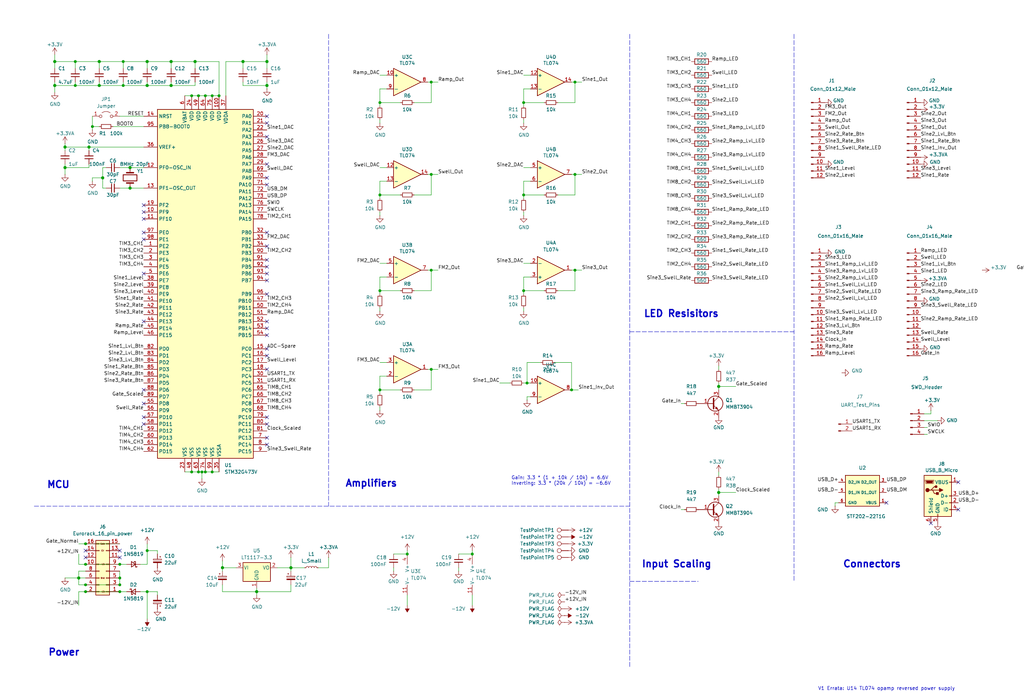
<source format=kicad_sch>
(kicad_sch (version 20231120) (generator "eeschema") (generator_version "8.0")
  (paper "User" 380 260)
  (title_block (title "Quango Components") (company "Mountjoy Modular"))
  (junction (at 36.83 22.86) (diameter 1.016))
  (junction (at 76.2 175.26))
  (junction (at 45.72 31.75))
  (junction (at 63.5 22.86) (diameter 1.016))
  (junction (at 73.66 175.26))
  (junction (at 34.29 46.99))
  (junction (at 90.17 22.86) (diameter 1.016))
  (junction (at 78.74 35.56))
  (junction (at 213.36 64.77))
  (junction (at 54.61 22.86) (diameter 1.016))
  (junction (at 140.97 72.39))
  (junction (at 74.93 175.26))
  (junction (at 72.39 22.86) (diameter 1.016))
  (junction (at 266.7 143.51) (diameter 1.016))
  (junction (at 24.13 54.61) (diameter 1.016))
  (junction (at 48.26 69.85) (diameter 1.016))
  (junction (at 31.75 209.55))
  (junction (at 194.31 107.95))
  (junction (at 45.72 22.86))
  (junction (at 27.94 31.75))
  (junction (at 99.06 22.86) (diameter 1.016))
  (junction (at 140.97 144.78))
  (junction (at 82.55 210.82) (diameter 1.016))
  (junction (at 160.02 64.77))
  (junction (at 160.02 137.16))
  (junction (at 160.02 30.48))
  (junction (at 99.06 31.75) (diameter 1.016))
  (junction (at 63.5 31.75) (diameter 1.016))
  (junction (at 31.75 217.17))
  (junction (at 76.2 35.56))
  (junction (at 20.32 31.75) (diameter 1.016))
  (junction (at 107.95 210.82) (diameter 1.016))
  (junction (at 95.25 219.71) (diameter 1.016))
  (junction (at 54.61 219.71))
  (junction (at 73.66 35.56))
  (junction (at 140.97 107.95))
  (junction (at 33.02 54.61) (diameter 1.016))
  (junction (at 44.45 209.55))
  (junction (at 31.75 219.71))
  (junction (at 194.31 38.1))
  (junction (at 38.1 66.04) (diameter 1.016))
  (junction (at 175.26 205.74))
  (junction (at 29.21 214.63) (diameter 1.016))
  (junction (at 81.28 35.56))
  (junction (at 71.12 35.56))
  (junction (at 151.13 205.74))
  (junction (at 44.45 219.71))
  (junction (at 31.75 201.93))
  (junction (at 71.12 175.26))
  (junction (at 160.02 100.33))
  (junction (at 36.83 31.75) (diameter 1.016))
  (junction (at 24.13 62.23) (diameter 1.016))
  (junction (at 140.97 38.1))
  (junction (at 27.94 22.86))
  (junction (at 44.45 217.17))
  (junction (at 44.45 214.63))
  (junction (at 20.32 22.86) (diameter 1.016))
  (junction (at 213.36 30.48))
  (junction (at 195.58 142.24))
  (junction (at 266.7 182.88) (diameter 1.016))
  (junction (at 78.74 175.26))
  (junction (at 48.26 62.23) (diameter 1.016))
  (junction (at 54.61 204.47))
  (junction (at 194.31 72.39))
  (junction (at 54.61 31.75) (diameter 1.016))
  (junction (at 213.36 100.33))
  (junction (at 212.09 144.78))
  (no_connect (at 99.06 96.52))
  (no_connect (at 53.34 144.78))
  (no_connect (at 99.06 99.06))
  (no_connect (at 99.06 66.04))
  (no_connect (at 99.06 129.54))
  (no_connect (at 53.34 154.94))
  (no_connect (at 31.75 204.47))
  (no_connect (at 53.34 78.74))
  (no_connect (at 99.06 50.8))
  (no_connect (at 99.06 121.92))
  (no_connect (at 99.06 162.56))
  (no_connect (at 355.6 179.07))
  (no_connect (at 99.06 109.22))
  (no_connect (at 31.75 207.01))
  (no_connect (at 99.06 154.94))
  (no_connect (at 53.34 86.36))
  (no_connect (at 99.06 101.6))
  (no_connect (at 53.34 149.86))
  (no_connect (at 345.44 194.31))
  (no_connect (at 99.06 119.38))
  (no_connect (at 53.34 88.9))
  (no_connect (at 44.45 207.01))
  (no_connect (at 99.06 124.46))
  (no_connect (at 99.06 68.58))
  (no_connect (at 53.34 157.48))
  (no_connect (at 99.06 157.48))
  (no_connect (at 99.06 60.96))
  (no_connect (at 99.06 165.1))
  (no_connect (at 328.93 186.69))
  (no_connect (at 53.34 101.6))
  (no_connect (at 53.34 76.2))
  (no_connect (at 53.34 81.28))
  (no_connect (at 99.06 91.44))
  (no_connect (at 99.06 104.14))
  (no_connect (at 355.6 189.23))
  (no_connect (at 99.06 45.72))
  (no_connect (at 53.34 119.38))
  (no_connect (at 44.45 204.47))
  (no_connect (at 99.06 86.36))
  (no_connect (at 99.06 137.16))
  (no_connect (at 99.06 132.08))
  (no_connect (at 99.06 43.18))
  (wire (pts (xy 74.93 175.26) (xy 76.2 175.26)))
  (wire (pts (xy 99.06 22.86) (xy 99.06 25.4)))
  (wire (pts (xy 194.31 67.31) (xy 196.85 67.31)))
  (wire (pts (xy 160.02 100.33) (xy 158.75 100.33)))
  (wire (pts (xy 38.1 69.85) (xy 39.37 69.85)))
  (wire (pts (xy 63.5 30.48) (xy 63.5 31.75)))
  (wire (pts (xy 213.36 100.33) (xy 212.09 100.33)))
  (wire (pts (xy 194.31 102.87) (xy 194.31 107.95)))
  (wire (pts (xy 31.75 201.93) (xy 44.45 201.93)))
  (wire (pts (xy 44.45 69.85) (xy 48.26 69.85)))
  (wire (pts (xy 160.02 107.95) (xy 160.02 100.33)))
  (wire (pts (xy 44.45 219.71) (xy 46.99 219.71)))
  (wire (pts (xy 170.18 210.82) (xy 170.18 212.09)))
  (wire (pts (xy 140.97 134.62) (xy 143.51 134.62)))
  (wire (pts (xy 54.61 22.86) (xy 63.5 22.86)))
  (wire (pts (xy 146.05 205.74) (xy 151.13 205.74)))
  (wire (pts (xy 24.13 62.23) (xy 24.13 64.77)))
  (wire (pts (xy 342.9 153.67) (xy 345.44 153.67)))
  (wire (pts (xy 58.42 205.74) (xy 58.42 204.47)))
  (wire (pts (xy 107.95 210.82) (xy 107.95 207.01)))
  (wire (pts (xy 68.58 35.56) (xy 71.12 35.56)))
  (wire (pts (xy 153.67 72.39) (xy 160.02 72.39)))
  (wire (pts (xy 252.73 149.86) (xy 254 149.86)))
  (wire (pts (xy 213.36 30.48) (xy 212.09 30.48)))
  (wire (pts (xy 207.01 72.39) (xy 213.36 72.39)))
  (wire (pts (xy 194.31 78.74) (xy 194.31 80.01)))
  (wire (pts (xy 33.02 60.96) (xy 33.02 62.23)))
  (wire (pts (xy 54.61 204.47) (xy 58.42 204.47)))
  (wire (pts (xy 95.25 219.71) (xy 107.95 219.71)))
  (wire (pts (xy 54.61 201.93) (xy 54.61 204.47)))
  (wire (pts (xy 44.45 209.55) (xy 46.99 209.55)))
  (wire (pts (xy 194.31 62.23) (xy 196.85 62.23)))
  (wire (pts (xy 76.2 175.26) (xy 78.74 175.26)))
  (wire (pts (xy 95.25 219.71) (xy 95.25 220.98)))
  (wire (pts (xy 266.7 182.88) (xy 266.7 184.15)))
  (wire (pts (xy 72.39 30.48) (xy 72.39 31.75)))
  (wire (pts (xy 29.21 219.71) (xy 31.75 219.71)))
  (wire (pts (xy 45.72 31.75) (xy 54.61 31.75)))
  (wire (pts (xy 140.97 102.87) (xy 143.51 102.87)))
  (wire (pts (xy 38.1 66.04) (xy 38.1 69.85)))
  (wire (pts (xy 140.97 38.1) (xy 140.97 39.37)))
  (polyline (pts (xy 233.68 12.7) (xy 233.68 247.65)) (stroke (width 0) (type dash)))
  (wire (pts (xy 140.97 139.7) (xy 140.97 144.78)))
  (wire (pts (xy 215.9 30.48) (xy 213.36 30.48)))
  (wire (pts (xy 29.21 209.55) (xy 31.75 209.55)))
  (wire (pts (xy 153.67 38.1) (xy 160.02 38.1)))
  (wire (pts (xy 63.5 22.86) (xy 72.39 22.86)))
  (wire (pts (xy 140.97 144.78) (xy 148.59 144.78)))
  (wire (pts (xy 36.83 22.86) (xy 45.72 22.86)))
  (wire (pts (xy 200.66 134.62) (xy 195.58 134.62)))
  (wire (pts (xy 34.29 66.04) (xy 38.1 66.04)))
  (wire (pts (xy 213.36 38.1) (xy 213.36 30.48)))
  (wire (pts (xy 44.45 212.09) (xy 44.45 214.63)))
  (polyline (pts (xy 233.68 215.9) (xy 259.08 215.9)) (stroke (width 0) (type dash)))
  (wire (pts (xy 20.32 25.4) (xy 20.32 22.86)))
  (wire (pts (xy 213.36 72.39) (xy 213.36 64.77)))
  (wire (pts (xy 151.13 204.47) (xy 151.13 205.74)))
  (wire (pts (xy 82.55 210.82) (xy 82.55 212.09)))
  (wire (pts (xy 82.55 217.17) (xy 82.55 219.71)))
  (wire (pts (xy 82.55 208.28) (xy 82.55 210.82)))
  (wire (pts (xy 266.7 142.24) (xy 266.7 143.51)))
  (wire (pts (xy 140.97 38.1) (xy 148.59 38.1)))
  (wire (pts (xy 140.97 27.94) (xy 143.51 27.94)))
  (wire (pts (xy 212.09 134.62) (xy 212.09 144.78)))
  (wire (pts (xy 140.97 44.45) (xy 140.97 45.72)))
  (wire (pts (xy 194.31 38.1) (xy 201.93 38.1)))
  (wire (pts (xy 162.56 30.48) (xy 160.02 30.48)))
  (wire (pts (xy 175.26 204.47) (xy 175.26 205.74)))
  (wire (pts (xy 107.95 210.82) (xy 113.03 210.82)))
  (wire (pts (xy 212.09 144.78) (xy 214.63 144.78)))
  (wire (pts (xy 207.01 38.1) (xy 213.36 38.1)))
  (wire (pts (xy 78.74 175.26) (xy 81.28 175.26)))
  (wire (pts (xy 72.39 22.86) (xy 72.39 25.4)))
  (wire (pts (xy 140.97 78.74) (xy 140.97 80.01)))
  (wire (pts (xy 140.97 67.31) (xy 143.51 67.31)))
  (wire (pts (xy 68.58 175.26) (xy 71.12 175.26)))
  (wire (pts (xy 20.32 20.32) (xy 20.32 22.86)))
  (wire (pts (xy 36.83 22.86) (xy 36.83 25.4)))
  (wire (pts (xy 309.88 186.69) (xy 311.15 186.69)))
  (wire (pts (xy 81.28 22.86) (xy 81.28 35.56)))
  (wire (pts (xy 118.11 210.82) (xy 121.92 210.82)))
  (wire (pts (xy 48.26 62.23) (xy 53.34 62.23)))
  (polyline (pts (xy 12.7 187.96) (xy 233.68 187.96)) (stroke (width 0) (type dash)))
  (wire (pts (xy 45.72 30.48) (xy 45.72 31.75)))
  (wire (pts (xy 205.74 134.62) (xy 212.09 134.62)))
  (wire (pts (xy 140.97 114.3) (xy 140.97 115.57)))
  (wire (pts (xy 194.31 107.95) (xy 201.93 107.95)))
  (wire (pts (xy 140.97 97.79) (xy 143.51 97.79)))
  (wire (pts (xy 74.93 175.26) (xy 74.93 177.8)))
  (wire (pts (xy 195.58 142.24) (xy 196.85 142.24)))
  (wire (pts (xy 160.02 30.48) (xy 158.75 30.48)))
  (wire (pts (xy 194.31 33.02) (xy 194.31 38.1)))
  (wire (pts (xy 140.97 107.95) (xy 148.59 107.95)))
  (wire (pts (xy 27.94 30.48) (xy 27.94 31.75)))
  (wire (pts (xy 41.91 46.99) (xy 53.34 46.99)))
  (wire (pts (xy 29.21 205.74) (xy 29.21 209.55)))
  (wire (pts (xy 54.61 219.71) (xy 58.42 219.71)))
  (wire (pts (xy 215.9 100.33) (xy 213.36 100.33)))
  (wire (pts (xy 44.45 62.23) (xy 48.26 62.23)))
  (wire (pts (xy 24.13 53.34) (xy 24.13 54.61)))
  (wire (pts (xy 29.21 201.93) (xy 31.75 201.93)))
  (wire (pts (xy 31.75 209.55) (xy 44.45 209.55)))
  (wire (pts (xy 162.56 137.16) (xy 160.02 137.16)))
  (wire (pts (xy 99.06 31.75) (xy 99.06 33.02)))
  (wire (pts (xy 29.21 214.63) (xy 31.75 214.63)))
  (wire (pts (xy 194.31 107.95) (xy 194.31 109.22)))
  (wire (pts (xy 140.97 144.78) (xy 140.97 146.05)))
  (wire (pts (xy 71.12 175.26) (xy 73.66 175.26)))
  (wire (pts (xy 83.82 22.86) (xy 83.82 35.56)))
  (wire (pts (xy 54.61 22.86) (xy 54.61 25.4)))
  (wire (pts (xy 196.85 147.32) (xy 195.58 147.32)))
  (wire (pts (xy 52.07 209.55) (xy 54.61 209.55)))
  (wire (pts (xy 34.29 43.18) (xy 34.29 46.99)))
  (polyline (pts (xy 233.68 123.19) (xy 294.64 123.19)) (stroke (width 0) (type dash)))
  (wire (pts (xy 73.66 35.56) (xy 76.2 35.56)))
  (wire (pts (xy 170.18 205.74) (xy 175.26 205.74)))
  (wire (pts (xy 24.13 54.61) (xy 33.02 54.61)))
  (wire (pts (xy 29.21 212.09) (xy 29.21 214.63)))
  (wire (pts (xy 20.32 22.86) (xy 27.94 22.86)))
  (wire (pts (xy 29.21 217.17) (xy 31.75 217.17)))
  (wire (pts (xy 36.83 31.75) (xy 45.72 31.75)))
  (wire (pts (xy 342.9 156.21) (xy 347.98 156.21)))
  (wire (pts (xy 45.72 22.86) (xy 54.61 22.86)))
  (wire (pts (xy 194.31 38.1) (xy 194.31 39.37)))
  (wire (pts (xy 160.02 144.78) (xy 160.02 137.16)))
  (wire (pts (xy 207.01 107.95) (xy 213.36 107.95)))
  (wire (pts (xy 45.72 22.86) (xy 45.72 25.4)))
  (wire (pts (xy 24.13 55.88) (xy 24.13 54.61)))
  (wire (pts (xy 38.1 62.23) (xy 39.37 62.23)))
  (wire (pts (xy 99.06 20.32) (xy 99.06 22.86)))
  (wire (pts (xy 95.25 218.44) (xy 95.25 219.71)))
  (wire (pts (xy 266.7 181.61) (xy 266.7 182.88)))
  (wire (pts (xy 194.31 44.45) (xy 194.31 45.72)))
  (wire (pts (xy 266.7 143.51) (xy 266.7 144.78)))
  (wire (pts (xy 175.26 220.98) (xy 175.26 224.79)))
  (wire (pts (xy 140.97 72.39) (xy 140.97 73.66)))
  (wire (pts (xy 38.1 62.23) (xy 38.1 66.04)))
  (wire (pts (xy 90.17 22.86) (xy 99.06 22.86)))
  (wire (pts (xy 27.94 22.86) (xy 27.94 25.4)))
  (wire (pts (xy 33.02 54.61) (xy 33.02 55.88)))
  (wire (pts (xy 194.31 27.94) (xy 196.85 27.94)))
  (wire (pts (xy 194.31 142.24) (xy 195.58 142.24)))
  (wire (pts (xy 34.29 48.26) (xy 34.29 46.99)))
  (wire (pts (xy 73.66 175.26) (xy 74.93 175.26)))
  (wire (pts (xy 54.61 219.71) (xy 54.61 229.87)))
  (wire (pts (xy 153.67 107.95) (xy 160.02 107.95)))
  (wire (pts (xy 266.7 135.89) (xy 266.7 137.16)))
  (wire (pts (xy 194.31 33.02) (xy 196.85 33.02)))
  (wire (pts (xy 90.17 30.48) (xy 90.17 31.75)))
  (wire (pts (xy 33.02 54.61) (xy 53.34 54.61)))
  (wire (pts (xy 194.31 102.87) (xy 196.85 102.87)))
  (wire (pts (xy 31.75 219.71) (xy 44.45 219.71)))
  (wire (pts (xy 27.94 31.75) (xy 36.83 31.75)))
  (wire (pts (xy 34.29 67.31) (xy 34.29 66.04)))
  (wire (pts (xy 76.2 35.56) (xy 78.74 35.56)))
  (wire (pts (xy 90.17 25.4) (xy 90.17 22.86)))
  (wire (pts (xy 151.13 220.98) (xy 151.13 224.79)))
  (wire (pts (xy 54.61 30.48) (xy 54.61 31.75)))
  (wire (pts (xy 140.97 72.39) (xy 148.59 72.39)))
  (wire (pts (xy 82.55 219.71) (xy 95.25 219.71)))
  (wire (pts (xy 52.07 219.71) (xy 54.61 219.71)))
  (wire (pts (xy 213.36 107.95) (xy 213.36 100.33)))
  (wire (pts (xy 160.02 72.39) (xy 160.02 64.77)))
  (wire (pts (xy 90.17 22.86) (xy 83.82 22.86)))
  (wire (pts (xy 24.13 214.63) (xy 29.21 214.63)))
  (wire (pts (xy 102.87 210.82) (xy 107.95 210.82)))
  (wire (pts (xy 29.21 212.09) (xy 31.75 212.09)))
  (wire (pts (xy 160.02 38.1) (xy 160.02 30.48)))
  (wire (pts (xy 140.97 107.95) (xy 140.97 109.22)))
  (wire (pts (xy 194.31 67.31) (xy 194.31 72.39)))
  (wire (pts (xy 140.97 151.13) (xy 140.97 152.4)))
  (wire (pts (xy 54.61 204.47) (xy 54.61 209.55)))
  (wire (pts (xy 344.17 161.29) (xy 342.9 161.29)))
  (wire (pts (xy 48.26 69.85) (xy 53.34 69.85)))
  (wire (pts (xy 20.32 31.75) (xy 20.32 34.29)))
  (wire (pts (xy 140.97 62.23) (xy 143.51 62.23)))
  (wire (pts (xy 107.95 219.71) (xy 107.95 217.17)))
  (wire (pts (xy 20.32 30.48) (xy 20.32 31.75)))
  (wire (pts (xy 185.42 142.24) (xy 189.23 142.24)))
  (wire (pts (xy 140.97 102.87) (xy 140.97 107.95)))
  (wire (pts (xy 215.9 64.77) (xy 213.36 64.77)))
  (wire (pts (xy 195.58 147.32) (xy 195.58 148.59)))
  (wire (pts (xy 309.88 187.96) (xy 309.88 186.69)))
  (wire (pts (xy 162.56 64.77) (xy 160.02 64.77)))
  (wire (pts (xy 160.02 64.77) (xy 158.75 64.77)))
  (wire (pts (xy 194.31 114.3) (xy 194.31 115.57)))
  (wire (pts (xy 54.61 31.75) (xy 63.5 31.75)))
  (wire (pts (xy 72.39 22.86) (xy 81.28 22.86)))
  (wire (pts (xy 34.29 46.99) (xy 36.83 46.99)))
  (wire (pts (xy 63.5 31.75) (xy 72.39 31.75)))
  (wire (pts (xy 36.83 30.48) (xy 36.83 31.75)))
  (wire (pts (xy 90.17 31.75) (xy 99.06 31.75)))
  (wire (pts (xy 140.97 33.02) (xy 140.97 38.1)))
  (wire (pts (xy 194.31 72.39) (xy 201.93 72.39)))
  (wire (pts (xy 146.05 210.82) (xy 146.05 212.09)))
  (wire (pts (xy 29.21 214.63) (xy 29.21 217.17)))
  (wire (pts (xy 140.97 67.31) (xy 140.97 72.39)))
  (wire (pts (xy 24.13 62.23) (xy 33.02 62.23)))
  (wire (pts (xy 266.7 175.26) (xy 266.7 176.53)))
  (wire (pts (xy 160.02 137.16) (xy 158.75 137.16)))
  (wire (pts (xy 44.45 43.18) (xy 53.34 43.18)))
  (wire (pts (xy 29.21 219.71) (xy 29.21 224.79)))
  (wire (pts (xy 71.12 35.56) (xy 73.66 35.56)))
  (wire (pts (xy 99.06 30.48) (xy 99.06 31.75)))
  (wire (pts (xy 342.9 158.75) (xy 344.17 158.75)))
  (wire (pts (xy 78.74 35.56) (xy 81.28 35.56)))
  (wire (pts (xy 58.42 220.98) (xy 58.42 219.71)))
  (wire (pts (xy 140.97 33.02) (xy 143.51 33.02)))
  (wire (pts (xy 213.36 64.77) (xy 212.09 64.77)))
  (wire (pts (xy 345.44 153.67) (xy 345.44 152.4)))
  (wire (pts (xy 162.56 100.33) (xy 160.02 100.33)))
  (wire (pts (xy 63.5 22.86) (xy 63.5 25.4)))
  (wire (pts (xy 27.94 22.86) (xy 36.83 22.86)))
  (wire (pts (xy 194.31 72.39) (xy 194.31 73.66)))
  (wire (pts (xy 153.67 144.78) (xy 160.02 144.78)))
  (wire (pts (xy 44.45 214.63) (xy 44.45 217.17)))
  (wire (pts (xy 24.13 60.96) (xy 24.13 62.23)))
  (wire (pts (xy 252.73 189.23) (xy 254 189.23)))
  (polyline (pts (xy 121.92 12.7) (xy 121.92 187.96)) (stroke (width 0) (type dash)))
  (wire (pts (xy 121.92 210.82) (xy 121.92 207.01)))
  (wire (pts (xy 31.75 217.17) (xy 44.45 217.17)))
  (wire (pts (xy 140.97 139.7) (xy 143.51 139.7)))
  (wire (pts (xy 82.55 210.82) (xy 87.63 210.82)))
  (wire (pts (xy 107.95 210.82) (xy 107.95 212.09)))
  (wire (pts (xy 266.7 143.51) (xy 273.05 143.51)))
  (polyline (pts (xy 294.64 12.7) (xy 294.64 215.9)) (stroke (width 0) (type dash)))
  (wire (pts (xy 20.32 31.75) (xy 27.94 31.75)))
  (wire (pts (xy 266.7 182.88) (xy 273.05 182.88)))
  (wire (pts (xy 195.58 134.62) (xy 195.58 142.24)))
  (wire (pts (xy 194.31 97.79) (xy 196.85 97.79)))
  (text "Connectors" (at 312.674 211.074 0) (effects (font (size 2.54 2.54) (thickness 0.508) (bold yes)) (justify left bottom)))
  (text "Power" (at 17.78 243.84 0) (effects (font (size 2.54 2.54) (thickness 0.508) (bold yes)) (justify left bottom)))
  (text "V1 Errata: U14 TL074 opamp reversed power supply" (at 303.53 256.54 0) (effects (font (size 1.27 1.27)) (justify left bottom)))
  (text "MCU" (at 17.272 181.61 0) (effects (font (size 2.54 2.54) (thickness 0.508) (bold yes)) (justify left bottom)))
  (text "Gain: 3.3 * (1 + 10k / 10k) = 6.6V\nInverting: 3.3 * (20k / 10k) = -6.6V" (at 189.738 180.34 0) (effects (font (size 1.27 1.27)) (justify left bottom)))
  (text "Input Scaling" (at 237.998 211.074 0) (effects (font (size 2.54 2.54) (thickness 0.508) (bold yes)) (justify left bottom)))
  (text "Amplifiers" (at 128.016 181.102 0) (effects (font (size 2.54 2.54) (thickness 0.508) (bold yes)) (justify left bottom)))
  (text "LED Resisitors" (at 238.76 118.11 0) (effects (font (size 2.54 2.54) (thickness 0.508) (bold yes)) (justify left bottom)))
  (label "Sine2_LED" (at 341.63 106.68 0))
  (label "USART1_TX" (at 316.23 157.48 0))
  (label "Sine1_Ramp_Lvl_LED" (at 264.16 48.26 0))
  (label "Sine1_DAC" (at 99.06 48.26 0))
  (label "Sine2_Rate" (at 53.34 114.3 180))
  (label "-12V_IN" (at 29.21 224.79 180))
  (label "TIM8_CH3" (at 99.06 149.86 0))
  (label "SWIO" (at 344.17 158.75 0))
  (label "Ramp_LED" (at 264.16 22.86 0))
  (label "FM3_DAC" (at 140.97 134.62 180))
  (label "TIM2_CH1" (at 256.54 83.82 180))
  (label "Gate_Normal" (at 377.19 100.33 0))
  (label "Swell_Out" (at 162.56 64.77 0))
  (label "USART1_RX" (at 99.06 142.24 0))
  (label "Ramp_DAC" (at 140.97 27.94 180))
  (label "FM3_DAC" (at 99.06 58.42 0))
  (label "Ramp_LED" (at 341.63 93.98 0))
  (label "Sine2_DAC" (at 99.06 55.88 0))
  (label "USB_DM" (at 99.06 71.12 0))
  (label "USB_DP" (at 328.93 179.07 0))
  (label "Sine1_Inv_Out" (at 341.63 55.88 0))
  (label "TIM3_CH3" (at 256.54 33.02 180))
  (label "Swell_Level" (at 341.63 127 0))
  (label "+12V_IN" (at 209.55 223.52 0))
  (label "Swell_Rate" (at 341.63 124.46 0))
  (label "Clock_Scaled" (at 273.05 182.88 0))
  (label "USB_DP" (at 99.06 73.66 0))
  (label "Sine1_LED" (at 264.16 33.02 0))
  (label "TIM2_CH3" (at 256.54 93.98 180))
  (label "Ramp_Rate" (at 306.07 129.54 0))
  (label "Sine3_Swell_Lvl_LED" (at 306.07 116.84 0))
  (label "TIM3_CH3" (at 53.34 96.52 180))
  (label "Gate_In" (at 252.73 149.86 180))
  (label "FM3_Out" (at 306.07 40.64 0))
  (label "Sine1_DAC" (at 185.42 142.24 180))
  (label "FM3_Out" (at 162.56 137.16 0))
  (label "Sine1_DAC" (at 194.31 27.94 180))
  (label "TIM3_CH2" (at 53.34 93.98 180))
  (label "Sine2_DAC" (at 194.31 62.23 180))
  (label "Clock_Scaled" (at 99.06 160.02 0))
  (label "Sine3_Rate_Btn" (at 306.07 53.34 0))
  (label "Gate_Scaled" (at 273.05 143.51 0))
  (label "Sine2_Ramp_Lvl_LED" (at 264.16 53.34 0))
  (label "Sine3_DAC" (at 99.06 53.34 0))
  (label "Swell_Level" (at 99.06 134.62 0))
  (label "TIM8_CH2" (at 256.54 68.58 180))
  (label "FM2_DAC" (at 140.97 97.79 180))
  (label "RESET" (at 53.34 43.18 180))
  (label "TIM2_CH3" (at 99.06 111.76 0))
  (label "Sine3_Level" (at 341.63 63.5 0))
  (label "Sine1_Swell_Rate_LED" (at 264.16 93.98 0))
  (label "Sine1_Inv_Out" (at 214.63 144.78 0))
  (label "TIM4_CH1" (at 256.54 43.18 180))
  (label "Sine3_Ramp_Lvl_LED" (at 306.07 101.6 0))
  (label "Sine1_Rate" (at 53.34 111.76 180))
  (label "Sine1_Swell_Lvl_LED" (at 306.07 106.68 0))
  (label "Sine2_Lvl_Btn" (at 341.63 50.8 0))
  (label "FM2_DAC" (at 99.06 88.9 0))
  (label "Sine2_Rate_Btn" (at 53.34 139.7 180))
  (label "Sine2_Ramp_Lvl_LED" (at 306.07 104.14 0))
  (label "TIM8_CH4" (at 256.54 78.74 180))
  (label "TIM4_CH2" (at 256.54 48.26 180))
  (label "TIM4_CH4" (at 256.54 58.42 180))
  (label "TIM2_CH1" (at 99.06 81.28 0))
  (label "Sine2_Ramp_Rate_LED" (at 341.63 119.38 0))
  (label "Sine3_Swell_Rate" (at 99.06 167.64 0))
  (label "Sine2_Swell_Lvl_LED" (at 306.07 111.76 0))
  (label "Sine3_Out" (at 215.9 100.33 0))
  (label "TIM8_CH4" (at 99.06 152.4 0))
  (label "Sine2_Level" (at 53.34 106.68 180))
  (label "SWIO" (at 99.06 76.2 0))
  (label "TIM2_CH4" (at 256.54 99.06 180))
  (label "Gate_In" (at 341.63 132.08 0))
  (label "Sine3_Level" (at 53.34 109.22 180))
  (label "Sine1_Swell_Rate_LED" (at 306.07 55.88 0))
  (label "Ramp_Level" (at 306.07 132.08 0))
  (label "Ramp_Out" (at 306.07 45.72 0))
  (label "Sine3_Rate_Btn" (at 53.34 142.24 180))
  (label "TIM4_CH1" (at 53.34 160.02 180))
  (label "Ramp_DAC" (at 99.06 116.84 0))
  (label "BOOT0" (at 43.18 46.99 0))
  (label "Swell_DAC" (at 140.97 62.23 180))
  (label "Swell_DAC" (at 99.06 63.5 0))
  (label "Sine1_Rate_Btn" (at 341.63 53.34 0))
  (label "Clock_In" (at 306.07 127 0))
  (label "Sine3_Ramp_Rate_LED" (at 341.63 109.22 0))
  (label "Sine2_Lvl_Btn" (at 53.34 132.08 180))
  (label "Sine1_Out" (at 215.9 30.48 0))
  (label "Swell_LED" (at 264.16 27.94 0))
  (label "TIM8_CH3" (at 256.54 73.66 180))
  (label "FM2_Out" (at 162.56 100.33 0))
  (label "Sine2_Out" (at 341.63 43.18 0))
  (label "Sine1_Level" (at 306.07 63.5 0))
  (label "Sine3_Ramp_Rate_LED" (at 264.16 88.9 0))
  (label "Sine1_Swell_Lvl_LED" (at 264.16 63.5 0))
  (label "Sine3_LED" (at 306.07 96.52 0))
  (label "Sine2_Level" (at 306.07 66.04 0))
  (label "Ramp_Out" (at 162.56 30.48 0))
  (label "Sine1_LED" (at 341.63 101.6 0))
  (label "Sine1_Lvl_Btn" (at 341.63 99.06 0))
  (label "Sine2_LED" (at 264.16 38.1 0))
  (label "Sine3_Swell_Rate_LED" (at 341.63 114.3 0))
  (label "ADC-Spare" (at 99.06 129.54 0))
  (label "Sine3_Swell_Rate" (at 256.54 104.14 180))
  (label "FM2_Out" (at 306.07 43.18 0))
  (label "Clock_In" (at 252.73 189.23 180))
  (label "-12V_IN" (at 209.55 220.98 0))
  (label "Sine3_Lvl_Btn" (at 53.34 134.62 180))
  (label "TIM8_CH1" (at 99.06 144.78 0))
  (label "Gate_Scaled" (at 53.34 147.32 180))
  (label "Ramp_Rate" (at 53.34 121.92 180))
  (label "Sine1_Ramp_Lvl_LED" (at 306.07 99.06 0))
  (label "TIM8_CH1" (at 256.54 63.5 180))
  (label "Sine3_Lvl_Btn" (at 306.07 121.92 0))
  (label "Sine2_Swell_Lvl_LED" (at 264.16 68.58 0))
  (label "Sine3_LED" (at 264.16 43.18 0))
  (label "Sine3_Swell_Lvl_LED" (at 264.16 73.66 0))
  (label "Sine2_Ramp_Rate_LED" (at 264.16 83.82 0))
  (label "TIM4_CH3" (at 53.34 165.1 180))
  (label "TIM8_CH2" (at 99.06 147.32 0))
  (label "Sine2_Out" (at 215.9 64.77 0))
  (label "USB_D+" (at 311.15 179.07 180))
  (label "Swell_Rate" (at 53.34 152.4 180))
  (label "USB_D-" (at 311.15 182.88 180))
  (label "TIM2_CH4" (at 99.06 114.3 0))
  (label "USB_D-" (at 355.6 186.69 0))
  (label "Sine2_Swell_Rate_LED" (at 264.16 99.06 0))
  (label "TIM4_CH4" (at 53.34 167.64 180))
  (label "TIM2_CH2" (at 99.06 93.98 0))
  (label "Sine2_Rate_Btn" (at 306.07 50.8 0))
  (label "TIM3_CH1" (at 256.54 22.86 180))
  (label "Ramp_Level" (at 53.34 124.46 180))
  (label "TIM4_CH3" (at 256.54 53.34 180))
  (label "SWCLK" (at 99.06 78.74 0))
  (label "Sine2_Rate" (at 379.73 66.04 0))
  (label "USART1_RX" (at 316.23 160.02 0))
  (label "Swell_Out" (at 306.07 48.26 0))
  (label "Sine1_Rate_Btn" (at 53.34 137.16 180))
  (label "Sine1_Ramp_Rate_LED" (at 264.16 78.74 0))
  (label "Sine1_Lvl_Btn" (at 53.34 129.54 180))
  (label "TIM3_CH4" (at 256.54 38.1 180))
  (label "TIM3_CH4" (at 53.34 99.06 180))
  (label "Sine1_Out" (at 341.63 48.26 0))
  (label "Sine3_Out" (at 341.63 45.72 0))
  (label "Sine1_Rate" (at 341.63 66.04 0))
  (label "Swell_LED" (at 341.63 96.52 0))
  (label "TIM2_CH2" (at 256.54 88.9 180))
  (label "USB_DM" (at 328.93 182.88 0))
  (label "USB_D+" (at 355.6 184.15 0))
  (label "Sine2_Swell_Rate_LED" (at 306.07 109.22 0))
  (label "Sine3_Rate" (at 53.34 116.84 180))
  (label "SWCLK" (at 344.17 161.29 0))
  (label "Gate_Normal" (at 29.21 201.93 180))
  (label "Sine3_Ramp_Lvl_LED" (at 264.16 58.42 0))
  (label "TIM3_CH1" (at 53.34 91.44 180))
  (label "TIM3_CH2" (at 256.54 27.94 180))
  (label "Sine3_Rate" (at 306.07 124.46 0))
  (label "Sine1_Ramp_Rate_LED" (at 306.07 119.38 0))
  (label "Sine3_DAC" (at 194.31 97.79 180))
  (label "Sine3_Swell_Rate_LED" (at 264.16 104.14 0))
  (label "USART1_TX" (at 99.06 139.7 0))
  (label "Sine1_Level" (at 53.34 104.14 180))
  (label "TIM4_CH2" (at 53.34 162.56 180))
  (label "+12V_IN" (at 29.21 205.74 180))
  (symbol (lib_id "Device:R_Small") (at 204.47 38.1 270) (unit 1)
    (property "Reference" "R15" (at 204.47 35.56 90))
    (property "Value" "10k" (at 204.47 40.64 90))
    (property "Footprint" "Resistor_SMD:R_0603_1608Metric" (effects (hide yes)))
    (property "Description" "Resistor, small symbol" (effects (hide yes)))
  )
  (symbol (lib_id "Device:R_Small") (at 194.31 41.91 180) (unit 1)
    (property "Reference" "R11" (at 190.5 40.64 0))
    (property "Value" "10k" (at 190.5 43.18 0))
    (property "Footprint" "Resistor_SMD:R_0603_1608Metric" (effects (hide yes)))
    (property "Description" "Resistor, small symbol" (effects (hide yes)))
  )
  (symbol (lib_id "Device:C_Small") (at 90.17 27.94 180) (unit 1)
    (property "Reference" "C15" (at 91.44 25.3999 0) (effects (justify right)))
    (property "Value" "10nF" (at 91.44 30.4799 0) (effects (justify right)))
    (property "Footprint" "Capacitor_SMD:C_0603_1608Metric" (effects (hide yes)))
    (property "Description" "Unpolarized capacitor, small symbol" (effects (hide yes)))
    (property "Part_Number" "C57112" (effects (hide yes)))
  )
  (symbol (lib_id "power:+12V") (at 175.26 204.47 0) (unit 1)
    (property "Reference" "#PWR052" (effects (hide yes)))
    (property "Value" "+12V" (at 175.26 199.39 0))
    (property "Description" "Power symbol creates a global label with name \"+12V\"" (effects (hide yes)))
  )
  (symbol (lib_id "Device:R_Small") (at 256.54 189.23 90) (unit 1)
    (property "Reference" "R19" (at 256.54 182.88 90))
    (property "Value" "4k7" (at 256.54 185.42 90))
    (property "Footprint" "Resistor_SMD:R_0603_1608Metric" (effects (hide yes)))
    (property "Description" "Resistor, small symbol" (effects (hide yes)))
    (property "Part_Number" "C23162" (effects (hide yes)))
  )
  (symbol (lib_id "power:GND") (at 306.07 38.1 90) (unit 1)
    (property "Reference" "#PWR046" (effects (hide yes)))
    (property "Value" "GND" (at 309.118 37.338 90) (effects (justify right)))
    (property "Description" "Power symbol creates a global label with name \"GND\" , ground" (effects (hide yes)))
  )
  (symbol (lib_id "Device:R_Small") (at 140.97 76.2 180) (unit 1)
    (property "Reference" "R3" (at 137.16 74.93 0))
    (property "Value" "10k" (at 137.16 77.47 0))
    (property "Footprint" "Resistor_SMD:R_0603_1608Metric" (effects (hide yes)))
    (property "Description" "Resistor, small symbol" (effects (hide yes)))
  )
  (symbol (lib_id "power:GND") (at 74.93 177.8 0) (unit 1)
    (property "Reference" "#PWR028" (effects (hide yes)))
    (property "Value" "GND" (at 75.057 182.1942 0))
    (property "Description" "Power symbol creates a global label with name \"GND\" , ground" (effects (hide yes)))
  )
  (symbol (lib_id "power:GND") (at 341.63 60.96 90) (unit 1)
    (property "Reference" "#PWR01" (effects (hide yes)))
    (property "Value" "GND" (at 344.932 60.198 90) (effects (justify right)))
    (property "Description" "Power symbol creates a global label with name \"GND\" , ground" (effects (hide yes)))
  )
  (symbol (lib_id "Amplifier_Operational:TL074") (at 151.13 30.48 0) (unit 3)
    (property "Reference" "U3" (at 151.13 21.1582 0))
    (property "Value" "TL074" (at 151.13 23.4696 0))
    (property "Footprint" "Package_SO:TSSOP-14_4.4x5mm_P0.65mm" (effects (hide yes)))
    (property "Datasheet" "http://www.ti.com/lit/ds/symlink/tl071.pdf" (effects (hide yes)))
    (property "Description" "Quad Low-Noise JFET-Input Operational Amplifiers, DIP-14/SOIC-14" (effects (hide yes)))
  )
  (symbol (lib_id "Device:C_Polarized_Small") (at 107.95 214.63 0) (unit 1)
    (property "Reference" "C17" (at 111.76 214.63 0))
    (property "Value" "22uF" (at 111.76 217.17 0))
    (property "Footprint" "Capacitor_SMD:CP_Elec_4x5.8" (effects (hide yes)))
    (property "Description" "Polarized capacitor, small symbol" (effects (hide yes)))
  )
  (symbol (lib_id "power:PWR_FLAG") (at 209.55 231.14 90) (unit 1)
    (property "Reference" "#FLG05" (effects (hide yes)))
    (property "Value" "PWR_FLAG" (at 205.74 231.14 90) (effects (justify left)))
    (property "Description" "Special symbol for telling ERC where power comes from" (effects (hide yes)))
  )
  (symbol (lib_id "Connector:TestPoint") (at 210.82 207.01 90) (mirror x) (unit 1)
    (property "Reference" "TP5" (at 205.74 207.0099 90) (effects (justify left)))
    (property "Value" "TestPoint" (at 201.93 207.01 90) (effects (justify left)))
    (property "Footprint" "Custom_Footprints:1mm_Test_Point" (effects (hide yes)))
    (property "Description" "test point" (effects (hide yes)))
  )
  (symbol (lib_id "Device:R") (at 260.35 38.1 270) (unit 1)
    (property "Reference" "R23" (at 260.35 35.56 90))
    (property "Value" "560" (at 260.35 38.1 90))
    (property "Footprint" "Resistor_SMD:R_0603_1608Metric" (effects (hide yes)))
    (property "Description" "Resistor" (effects (hide yes)))
    (property "Part_Number" "C23212 " (effects (hide yes)))
  )
  (symbol (lib_id "Device:R") (at 260.35 43.18 270) (unit 1)
    (property "Reference" "R24" (at 260.35 40.64 90))
    (property "Value" "560" (at 260.35 43.18 90))
    (property "Footprint" "Resistor_SMD:R_0603_1608Metric" (effects (hide yes)))
    (property "Description" "Resistor" (effects (hide yes)))
    (property "Part_Number" "C23212 " (effects (hide yes)))
  )
  (symbol (lib_id "power:+3.3V") (at 345.44 152.4 0) (unit 1)
    (property "Reference" "#PWR010" (effects (hide yes)))
    (property "Value" "+3.3V" (at 342.9 148.59 0) (effects (justify left)))
    (property "Description" "Power symbol creates a global label with name \"+3.3V\"" (effects (hide yes)))
  )
  (symbol (lib_id "power:PWR_FLAG") (at 209.55 220.98 90) (unit 1)
    (property "Reference" "#FLG01" (effects (hide yes)))
    (property "Value" "PWR_FLAG" (at 205.74 220.98 90) (effects (justify left)))
    (property "Description" "Special symbol for telling ERC where power comes from" (effects (hide yes)))
  )
  (symbol (lib_id "power:+3.3V") (at 20.32 20.32 0) (unit 1)
    (property "Reference" "#PWR015" (effects (hide yes)))
    (property "Value" "+3.3V" (at 20.32 16.51 0))
    (property "Description" "Power symbol creates a global label with name \"+3.3V\"" (effects (hide yes)))
  )
  (symbol (lib_id "Connector:Conn_01x16_Pin") (at 336.55 111.76 0) (unit 1)
    (property "Reference" "J4" (at 344.932 84.328 0))
    (property "Value" "Conn_01x16_Male" (at 344.932 87.63 0))
    (property "Footprint" "Connector_PinHeader_2.54mm:PinHeader_1x16_P2.54mm_Vertical" (effects (hide yes)))
    (property "Description" "Generic connector, single row, 01x16, script generated" (effects (hide yes)))
  )
  (symbol (lib_id "Connector:TestPoint") (at 210.82 199.39 90) (mirror x) (unit 1)
    (property "Reference" "TP2" (at 205.74 199.3899 90) (effects (justify left)))
    (property "Value" "TestPoint" (at 201.93 199.39 90) (effects (justify left)))
    (property "Footprint" "Custom_Footprints:1mm_Test_Point" (effects (hide yes)))
    (property "Description" "test point" (effects (hide yes)))
  )
  (symbol (lib_id "power:+3.3VA") (at 121.92 207.01 0) (unit 1)
    (property "Reference" "#PWR027" (effects (hide yes)))
    (property "Value" "+3.3VA" (at 121.92 203.2 0))
    (property "Description" "Power symbol creates a global label with name \"+3.3VA\"" (effects (hide yes)))
  )
  (symbol (lib_id "Device:R") (at 260.35 88.9 270) (unit 1)
    (property "Reference" "R33" (at 260.35 86.36 90))
    (property "Value" "560" (at 260.35 88.9 90))
    (property "Footprint" "Resistor_SMD:R_0603_1608Metric" (effects (hide yes)))
    (property "Description" "Resistor" (effects (hide yes)))
    (property "Part_Number" "C23212 " (effects (hide yes)))
  )
  (symbol (lib_id "power:+3.3VA") (at 209.55 231.14 270) (unit 1)
    (property "Reference" "#PWR08" (effects (hide yes)))
    (property "Value" "+3.3VA" (at 213.198 231.1387 90) (effects (justify left)))
    (property "Description" "Power symbol creates a global label with name \"+3.3VA\"" (effects (hide yes)))
  )
  (symbol (lib_id "Device:Crystal") (at 48.26 66.04 90) (unit 1)
    (property "Reference" "Y1" (at 50.8 63.5 90) (effects (justify right)))
    (property "Value" "8MHz 20pF" (at 44.45 60.96 90) (effects (justify right)))
    (property "Footprint" "Crystal:Crystal_SMD_0603-2Pin_6.0x3.5mm" (effects (hide yes)))
    (property "Description" "Two pin crystal" (effects (hide yes)))
    (property "Part_Number" "C115962" (effects (hide yes)))
  )
  (symbol (lib_id "Device:R_Small") (at 194.31 111.76 180) (unit 1)
    (property "Reference" "R13" (at 190.5 110.49 0))
    (property "Value" "10k" (at 190.5 113.03 0))
    (property "Footprint" "Resistor_SMD:R_0603_1608Metric" (effects (hide yes)))
    (property "Description" "Resistor, small symbol" (effects (hide yes)))
  )
  (symbol (lib_id "Device:R_Small") (at 151.13 107.95 270) (unit 1)
    (property "Reference" "R8" (at 151.13 105.41 90))
    (property "Value" "10k" (at 151.13 110.49 90))
    (property "Footprint" "Resistor_SMD:R_0603_1608Metric" (effects (hide yes)))
    (property "Description" "Resistor, small symbol" (effects (hide yes)))
  )
  (symbol (lib_id "Connector:Conn_01x12_Pin") (at 300.99 50.8 0) (unit 1)
    (property "Reference" "J1" (at 308.61 29.972 0))
    (property "Value" "Conn_01x12_Male" (at 309.118 33.02 0))
    (property "Footprint" "Connector_PinHeader_2.54mm:PinHeader_1x12_P2.54mm_Vertical" (effects (hide yes)))
    (property "Description" "Generic connector, single row, 01x12, script generated" (effects (hide yes)))
  )
  (symbol (lib_id "Device:R_Small") (at 256.54 149.86 90) (unit 1)
    (property "Reference" "R18" (at 256.54 143.51 90))
    (property "Value" "4k7" (at 256.54 146.05 90))
    (property "Footprint" "Resistor_SMD:R_0603_1608Metric" (effects (hide yes)))
    (property "Description" "Resistor, small symbol" (effects (hide yes)))
    (property "Part_Number" "C23162" (effects (hide yes)))
  )
  (symbol (lib_id "power:+3.3VA") (at 99.06 20.32 0) (unit 1)
    (property "Reference" "#PWR031" (effects (hide yes)))
    (property "Value" "+3.3VA" (at 99.06 16.51 0))
    (property "Description" "Power symbol creates a global label with name \"+3.3VA\"" (effects (hide yes)))
  )
  (symbol (lib_id "Amplifier_Operational:TL074") (at 151.13 137.16 0) (unit 1)
    (property "Reference" "U3" (at 151.13 127.8382 0))
    (property "Value" "TL074" (at 151.13 130.1496 0))
    (property "Footprint" "Package_SO:TSSOP-14_4.4x5mm_P0.65mm" (effects (hide yes)))
    (property "Datasheet" "http://www.ti.com/lit/ds/symlink/tl071.pdf" (effects (hide yes)))
    (property "Description" "Quad Low-Noise JFET-Input Operational Amplifiers, DIP-14/SOIC-14" (effects (hide yes)))
  )
  (symbol (lib_id "power:GND") (at 341.63 129.54 90) (unit 1)
    (property "Reference" "#PWR047" (effects (hide yes)))
    (property "Value" "GND" (at 344.932 129.032 90) (effects (justify right)))
    (property "Description" "Power symbol creates a global label with name \"GND\" , ground" (effects (hide yes)))
  )
  (symbol (lib_id "power:+3.3VA") (at 341.63 104.14 270) (unit 1)
    (property "Reference" "#PWR04" (effects (hide yes)))
    (property "Value" "+3.3VA" (at 344.424 103.378 90) (effects (justify left)))
    (property "Description" "Power symbol creates a global label with name \"+3.3VA\"" (effects (hide yes)))
  )
  (symbol (lib_id "power:GND") (at 24.13 214.63 0) (unit 1)
    (property "Reference" "#PWR019" (effects (hide yes)))
    (property "Value" "GND" (at 24.257 219.0242 0))
    (property "Description" "Power symbol creates a global label with name \"GND\" , ground" (effects (hide yes)))
  )
  (symbol (lib_id "power:GND") (at 341.63 111.76 90) (unit 1)
    (property "Reference" "#PWR033" (effects (hide yes)))
    (property "Value" "GND" (at 344.678 110.998 90) (effects (justify right)))
    (property "Description" "Power symbol creates a global label with name \"GND\" , ground" (effects (hide yes)))
  )
  (symbol (lib_id "power:GND") (at 195.58 148.59 0) (unit 1)
    (property "Reference" "#PWR050" (effects (hide yes)))
    (property "Value" "GND" (at 195.707 152.9842 0))
    (property "Description" "Power symbol creates a global label with name \"GND\" , ground" (effects (hide yes)))
  )
  (symbol (lib_id "Connector:Conn_01x04_Pin") (at 337.82 156.21 0) (unit 1)
    (property "Reference" "J5" (at 343.408 140.462 0))
    (property "Value" "SWD_Header" (at 343.916 143.764 0))
    (property "Footprint" "Custom_Footprints:SWD_header" (effects (hide yes)))
    (property "Description" "Generic connector, single row, 01x04, script generated" (effects (hide yes)))
  )
  (symbol (lib_id "Connector:TestPoint") (at 210.82 196.85 90) (mirror x) (unit 1)
    (property "Reference" "TP1" (at 205.74 196.8499 90) (effects (justify left)))
    (property "Value" "TestPoint" (at 201.93 196.85 90) (effects (justify left)))
    (property "Footprint" "Custom_Footprints:1mm_Test_Point" (effects (hide yes)))
    (property "Description" "test point" (effects (hide yes)))
  )
  (symbol (lib_id "power:GND") (at 140.97 115.57 0) (unit 1)
    (property "Reference" "#PWR037" (effects (hide yes)))
    (property "Value" "GND" (at 141.097 119.9642 0))
    (property "Description" "Power symbol creates a global label with name \"GND\" , ground" (effects (hide yes)))
  )
  (symbol (lib_id "STM32:STM32G473V") (at 76.2 104.14 0) (unit 1)
    (property "Reference" "U1" (at 83.2994 172.72 0) (effects (justify left)))
    (property "Value" "STM32G473V" (at 83.2994 175.26 0) (effects (justify left)))
    (property "Footprint" "Package_QFP:LQFP-100_14x14mm_P0.5mm" (effects (hide yes)))
    (property "Datasheet" "http://www.st.com/st-web-ui/static/active/en/resource/technical/document/datasheet/DM00077036.pdf" (effects (hide yes)))
  )
  (symbol (lib_id "power:+3.3VA") (at 341.63 58.42 270) (unit 1)
    (property "Reference" "#PWR02" (effects (hide yes)))
    (property "Value" "+3.3VA" (at 344.678 57.404 90) (effects (justify left)))
    (property "Description" "Power symbol creates a global label with name \"+3.3VA\"" (effects (hide yes)))
  )
  (symbol (lib_id "power:GND") (at 312.42 138.43 90) (unit 1)
    (property "Reference" "#PWR03" (effects (hide yes)))
    (property "Value" "GND" (at 315.976 137.668 90) (effects (justify right)))
    (property "Description" "Power symbol creates a global label with name \"GND\" , ground" (effects (hide yes)))
  )
  (symbol (lib_id "Amplifier_Operational:TL074") (at 204.47 64.77 0) (unit 2)
    (property "Reference" "U4" (at 204.47 55.4482 0))
    (property "Value" "TL074" (at 204.47 57.7596 0))
    (property "Footprint" "Package_SO:TSSOP-14_4.4x5mm_P0.65mm" (effects (hide yes)))
    (property "Datasheet" "http://www.ti.com/lit/ds/symlink/tl071.pdf" (effects (hide yes)))
    (property "Description" "Quad Low-Noise JFET-Input Operational Amplifiers, DIP-14/SOIC-14" (effects (hide yes)))
  )
  (symbol (lib_id "Device:R") (at 260.35 22.86 270) (unit 1)
    (property "Reference" "R20" (at 260.35 20.32 90))
    (property "Value" "560" (at 260.35 22.86 90))
    (property "Footprint" "Resistor_SMD:R_0603_1608Metric" (effects (hide yes)))
    (property "Description" "Resistor" (effects (hide yes)))
    (property "Part_Number" "C23212 " (effects (hide yes)))
  )
  (symbol (lib_id "Transistor_BJT:MMBT3904") (at 264.16 149.86 0) (unit 1)
    (property "Reference" "Q1" (at 269.24 148.5899 0) (effects (justify left)))
    (property "Value" "MMBT3904" (at 269.24 151.1299 0) (effects (justify left)))
    (property "Footprint" "Package_TO_SOT_SMD:SOT-23" (effects (hide yes)))
    (property "Datasheet" "https://www.onsemi.com/pdf/datasheet/pzt3904-d.pdf" (effects (hide yes)))
    (property "Description" "0.2A Ic, 40V Vce, Small Signal NPN Transistor, SOT-23" (effects (hide yes)))
    (property "Part_Number" "C20526" (effects (hide yes)))
  )
  (symbol (lib_id "Device:R_Small") (at 194.31 76.2 180) (unit 1)
    (property "Reference" "R12" (at 190.5 74.93 0))
    (property "Value" "10k" (at 190.5 77.47 0))
    (property "Footprint" "Resistor_SMD:R_0603_1608Metric" (effects (hide yes)))
    (property "Description" "Resistor, small symbol" (effects (hide yes)))
  )
  (symbol (lib_id "power:GND") (at 306.07 60.96 90) (unit 1)
    (property "Reference" "#PWR045" (effects (hide yes)))
    (property "Value" "GND" (at 309.118 60.198 90) (effects (justify right)))
    (property "Description" "Power symbol creates a global label with name \"GND\" , ground" (effects (hide yes)))
  )
  (symbol (lib_id "power:GND") (at 34.29 67.31 0) (unit 1)
    (property "Reference" "#PWR021" (effects (hide yes)))
    (property "Value" "GND" (at 34.417 71.7042 0))
    (property "Description" "Power symbol creates a global label with name \"GND\" , ground" (effects (hide yes)))
  )
  (symbol (lib_id "Device:R_Small") (at 204.47 72.39 270) (unit 1)
    (property "Reference" "R16" (at 204.47 69.85 90))
    (property "Value" "10k" (at 204.47 74.93 90))
    (property "Footprint" "Resistor_SMD:R_0603_1608Metric" (effects (hide yes)))
    (property "Description" "Resistor, small symbol" (effects (hide yes)))
  )
  (symbol (lib_id "Device:C_Polarized_Small") (at 58.42 208.28 0) (mirror y) (unit 1)
    (property "Reference" "C10" (at 60.96 206.4638 0) (effects (justify right)))
    (property "Value" "22uF" (at 60.96 209.0038 0) (effects (justify right)))
    (property "Footprint" "Capacitor_SMD:CP_Elec_4x5.8" (effects (hide yes)))
    (property "Description" "Polarized capacitor, small symbol" (effects (hide yes)))
  )
  (symbol (lib_id "power:GND") (at 306.07 93.98 90) (unit 1)
    (property "Reference" "#PWR030" (effects (hide yes)))
    (property "Value" "GND" (at 309.626 93.472 90) (effects (justify right)))
    (property "Description" "Power symbol creates a global label with name \"GND\" , ground" (effects (hide yes)))
  )
  (symbol (lib_id "power:+3.3VA") (at 24.13 53.34 0) (unit 1)
    (property "Reference" "#PWR017" (effects (hide yes)))
    (property "Value" "+3.3VA" (at 24.13 49.53 0))
    (property "Description" "Power symbol creates a global label with name \"+3.3VA\"" (effects (hide yes)))
  )
  (symbol (lib_id "Device:R") (at 260.35 73.66 270) (unit 1)
    (property "Reference" "R30" (at 260.35 71.12 90))
    (property "Value" "560" (at 260.35 73.66 90))
    (property "Footprint" "Resistor_SMD:R_0603_1608Metric" (effects (hide yes)))
    (property "Description" "Resistor" (effects (hide yes)))
    (property "Part_Number" "C23212 " (effects (hide yes)))
  )
  (symbol (lib_id "power:GND") (at 140.97 80.01 0) (unit 1)
    (property "Reference" "#PWR036" (effects (hide yes)))
    (property "Value" "GND" (at 141.097 84.4042 0))
    (property "Description" "Power symbol creates a global label with name \"GND\" , ground" (effects (hide yes)))
  )
  (symbol (lib_id "Device:R") (at 260.35 63.5 270) (unit 1)
    (property "Reference" "R28" (at 260.35 60.96 90))
    (property "Value" "560" (at 260.35 63.5 90))
    (property "Footprint" "Resistor_SMD:R_0603_1608Metric" (effects (hide yes)))
    (property "Description" "Resistor" (effects (hide yes)))
    (property "Part_Number" "C23212 " (effects (hide yes)))
  )
  (symbol (lib_id "Device:C_Small") (at 170.18 208.28 0) (unit 1)
    (property "Reference" "C19" (at 167.64 207.0162 0) (effects (justify right)))
    (property "Value" "100nF" (at 167.64 209.5562 0) (effects (justify right)))
    (property "Footprint" "Capacitor_SMD:C_0603_1608Metric" (effects (hide yes)))
    (property "Description" "Unpolarized capacitor, small symbol" (effects (hide yes)))
    (property "Part_Number" "C23630" (effects (hide yes)))
  )
  (symbol (lib_id "power:+12V") (at 82.55 208.28 0) (unit 1)
    (property "Reference" "#PWR022" (effects (hide yes)))
    (property "Value" "+12V" (at 82.55 203.2 0))
    (property "Description" "Power symbol creates a global label with name \"+12V\"" (effects (hide yes)))
  )
  (symbol (lib_id "power:GND") (at 210.82 204.47 90) (unit 1)
    (property "Reference" "#PWR014" (effects (hide yes)))
    (property "Value" "GND" (at 214.63 204.47 90) (effects (justify right)))
    (property "Description" "Power symbol creates a global label with name \"GND\" , ground" (effects (hide yes)))
  )
  (symbol (lib_id "Device:C_Small") (at 146.05 208.28 0) (unit 1)
    (property "Reference" "C18" (at 143.51 207.0162 0) (effects (justify right)))
    (property "Value" "100nF" (at 143.51 209.5562 0) (effects (justify right)))
    (property "Footprint" "Capacitor_SMD:C_0603_1608Metric" (effects (hide yes)))
    (property "Description" "Unpolarized capacitor, small symbol" (effects (hide yes)))
    (property "Part_Number" "C23630" (effects (hide yes)))
  )
  (symbol (lib_id "power:GND") (at 20.32 34.29 0) (unit 1)
    (property "Reference" "#PWR016" (effects (hide yes)))
    (property "Value" "GND" (at 20.447 38.6842 0))
    (property "Description" "Power symbol creates a global label with name \"GND\" , ground" (effects (hide yes)))
  )
  (symbol (lib_id "power:GND") (at 170.18 212.09 0) (unit 1)
    (property "Reference" "#PWR051" (effects (hide yes)))
    (property "Value" "GND" (at 170.18 215.9 0))
    (property "Description" "Power symbol creates a global label with name \"GND\" , ground" (effects (hide yes)))
  )
  (symbol (lib_id "Device:R_Small") (at 39.37 46.99 90) (unit 1)
    (property "Reference" "R1" (at 38.1 49.53 90))
    (property "Value" "100k" (at 43.18 49.53 90))
    (property "Footprint" "Resistor_SMD:R_0603_1608Metric" (effects (hide yes)))
    (property "Description" "Resistor, small symbol" (effects (hide yes)))
    (property "Part_Number" "C25803" (effects (hide yes)))
  )
  (symbol (lib_id "Device:R") (at 260.35 68.58 270) (unit 1)
    (property "Reference" "R29" (at 260.35 66.04 90))
    (property "Value" "560" (at 260.35 68.58 90))
    (property "Footprint" "Resistor_SMD:R_0603_1608Metric" (effects (hide yes)))
    (property "Description" "Resistor" (effects (hide yes)))
    (property "Part_Number" "C23212 " (effects (hide yes)))
  )
  (symbol (lib_id "Device:R_Small") (at 140.97 148.59 180) (unit 1)
    (property "Reference" "R5" (at 137.16 147.32 0))
    (property "Value" "10k" (at 137.16 149.86 0))
    (property "Footprint" "Resistor_SMD:R_0603_1608Metric" (effects (hide yes)))
    (property "Description" "Resistor, small symbol" (effects (hide yes)))
  )
  (symbol (lib_id "Device:R_Small") (at 151.13 38.1 270) (unit 1)
    (property "Reference" "R6" (at 151.13 35.56 90))
    (property "Value" "10k" (at 151.13 40.64 90))
    (property "Footprint" "Resistor_SMD:R_0603_1608Metric" (effects (hide yes)))
    (property "Description" "Resistor, small symbol" (effects (hide yes)))
  )
  (symbol (lib_id "Amplifier_Operational:TL074") (at 151.13 64.77 0) (unit 4)
    (property "Reference" "U3" (at 151.13 55.4482 0))
    (property "Value" "TL074" (at 151.13 57.7596 0))
    (property "Footprint" "Package_SO:TSSOP-14_4.4x5mm_P0.65mm" (effects (hide yes)))
    (property "Datasheet" "http://www.ti.com/lit/ds/symlink/tl071.pdf" (effects (hide yes)))
    (property "Description" "Quad Low-Noise JFET-Input Operational Amplifiers, DIP-14/SOIC-14" (effects (hide yes)))
  )
  (symbol (lib_id "power:+3.3V") (at 107.95 207.01 0) (unit 1)
    (property "Reference" "#PWR024" (effects (hide yes)))
    (property "Value" "+3.3V" (at 107.95 203.2 0))
    (property "Description" "Power symbol creates a global label with name \"+3.3V\"" (effects (hide yes)))
  )
  (symbol (lib_id "power:GND") (at 58.42 226.06 0) (unit 1)
    (property "Reference" "#PWR0127" (effects (hide yes)))
    (property "Value" "GND" (at 59.69 229.87 0))
    (property "Description" "Power symbol creates a global label with name \"GND\" , ground" (effects (hide yes)))
  )
  (symbol (lib_id "power:PWR_FLAG") (at 209.55 223.52 90) (unit 1)
    (property "Reference" "#FLG02" (effects (hide yes)))
    (property "Value" "PWR_FLAG" (at 205.74 223.52 90) (effects (justify left)))
    (property "Description" "Special symbol for telling ERC where power comes from" (effects (hide yes)))
  )
  (symbol (lib_id "Device:R") (at 260.35 27.94 270) (unit 1)
    (property "Reference" "R21" (at 260.35 25.4 90))
    (property "Value" "560" (at 260.35 27.94 90))
    (property "Footprint" "Resistor_SMD:R_0603_1608Metric" (effects (hide yes)))
    (property "Description" "Resistor" (effects (hide yes)))
    (property "Part_Number" "C23212 " (effects (hide yes)))
  )
  (symbol (lib_id "Connector:Conn_01x16_Pin") (at 300.99 111.76 0) (unit 1)
    (property "Reference" "J3" (at 311.15 84.328 0))
    (property "Value" "Conn_01x16_Male" (at 311.912 87.63 0))
    (property "Footprint" "Connector_PinHeader_2.54mm:PinHeader_1x16_P2.54mm_Vertical" (effects (hide yes)))
    (property "Description" "Generic connector, single row, 01x16, script generated" (effects (hide yes)))
  )
  (symbol (lib_id "Amplifier_Operational:TL074") (at 153.67 213.36 0) (unit 5)
    (property "Reference" "U3" (at 152.4 212.0899 0) (effects (justify left)))
    (property "Value" "TL074" (at 152.4 214.6299 0) (effects (justify left)))
    (property "Footprint" "Package_SO:TSSOP-14_4.4x5mm_P0.65mm" (effects (hide yes)))
    (property "Datasheet" "http://www.ti.com/lit/ds/symlink/tl071.pdf" (effects (hide yes)))
    (property "Description" "Quad Low-Noise JFET-Input Operational Amplifiers, DIP-14/SOIC-14" (effects (hide yes)))
  )
  (symbol (lib_id "power:GND") (at 140.97 45.72 0) (unit 1)
    (property "Reference" "#PWR035" (effects (hide yes)))
    (property "Value" "GND" (at 141.097 50.1142 0))
    (property "Description" "Power symbol creates a global label with name \"GND\" , ground" (effects (hide yes)))
  )
  (symbol (lib_id "Device:R_Small") (at 140.97 111.76 180) (unit 1)
    (property "Reference" "R4" (at 137.16 110.49 0))
    (property "Value" "10k" (at 137.16 113.03 0))
    (property "Footprint" "Resistor_SMD:R_0603_1608Metric" (effects (hide yes)))
    (property "Description" "Resistor, small symbol" (effects (hide yes)))
  )
  (symbol (lib_id "Connector:TestPoint") (at 210.82 204.47 90) (mirror x) (unit 1)
    (property "Reference" "TP4" (at 205.74 204.4699 90) (effects (justify left)))
    (property "Value" "TestPoint" (at 201.93 204.47 90) (effects (justify left)))
    (property "Footprint" "Custom_Footprints:1mm_Test_Point" (effects (hide yes)))
    (property "Description" "test point" (effects (hide yes)))
  )
  (symbol (lib_id "Device:R_Small") (at 204.47 107.95 270) (unit 1)
    (property "Reference" "R17" (at 204.47 105.41 90))
    (property "Value" "10k" (at 204.47 110.49 90))
    (property "Footprint" "Resistor_SMD:R_0603_1608Metric" (effects (hide yes)))
    (property "Description" "Resistor, small symbol" (effects (hide yes)))
  )
  (symbol (lib_id "Device:R") (at 260.35 53.34 270) (unit 1)
    (property "Reference" "R26" (at 260.35 50.8 90))
    (property "Value" "560" (at 260.35 53.34 90))
    (property "Footprint" "Resistor_SMD:R_0603_1608Metric" (effects (hide yes)))
    (property "Description" "Resistor" (effects (hide yes)))
    (property "Part_Number" "C23212 " (effects (hide yes)))
  )
  (symbol (lib_id "power:GND") (at 58.42 210.82 0) (unit 1)
    (property "Reference" "#PWR0128" (effects (hide yes)))
    (property "Value" "GND" (at 58.547 215.2142 0))
    (property "Description" "Power symbol creates a global label with name \"GND\" , ground" (effects (hide yes)))
  )
  (symbol (lib_id "power:GND") (at 140.97 152.4 0) (unit 1)
    (property "Reference" "#PWR038" (effects (hide yes)))
    (property "Value" "GND" (at 141.097 156.7942 0))
    (property "Description" "Power symbol creates a global label with name \"GND\" , ground" (effects (hide yes)))
  )
  (symbol (lib_id "power:GND") (at 194.31 80.01 0) (unit 1)
    (property "Reference" "#PWR043" (effects (hide yes)))
    (property "Value" "GND" (at 194.437 84.4042 0))
    (property "Description" "Power symbol creates a global label with name \"GND\" , ground" (effects (hide yes)))
  )
  (symbol (lib_id "power:+12V") (at 209.55 226.06 270) (unit 1)
    (property "Reference" "#PWR06" (effects (hide yes)))
    (property "Value" "+12V" (at 213.36 226.06 90) (effects (justify left)))
    (property "Description" "Power symbol creates a global label with name \"+12V\"" (effects (hide yes)))
  )
  (symbol (lib_id "power:PWR_FLAG") (at 209.55 228.6 90) (unit 1)
    (property "Reference" "#FLG04" (effects (hide yes)))
    (property "Value" "PWR_FLAG" (at 205.74 228.6 90) (effects (justify left)))
    (property "Description" "Special symbol for telling ERC where power comes from" (effects (hide yes)))
  )
  (symbol (lib_id "power:GND") (at 210.82 207.01 90) (unit 1)
    (property "Reference" "#PWR029" (effects (hide yes)))
    (property "Value" "GND" (at 214.63 207.01 90) (effects (justify right)))
    (property "Description" "Power symbol creates a global label with name \"GND\" , ground" (effects (hide yes)))
  )
  (symbol (lib_id "power:+3.3V") (at 266.7 175.26 0) (unit 1)
    (property "Reference" "#PWR064" (effects (hide yes)))
    (property "Value" "+3.3V" (at 262.89 171.45 0) (effects (justify left)))
    (property "Description" "Power symbol creates a global label with name \"+3.3V\"" (effects (hide yes)))
  )
  (symbol (lib_id "Transistor_BJT:MMBT3904") (at 264.16 189.23 0) (unit 1)
    (property "Reference" "Q2" (at 269.24 187.9599 0) (effects (justify left)))
    (property "Value" "MMBT3904" (at 269.24 190.4999 0) (effects (justify left)))
    (property "Footprint" "Package_TO_SOT_SMD:SOT-23" (effects (hide yes)))
    (property "Datasheet" "https://www.onsemi.com/pdf/datasheet/pzt3904-d.pdf" (effects (hide yes)))
    (property "Description" "0.2A Ic, 40V Vce, Small Signal NPN Transistor, SOT-23" (effects (hide yes)))
    (property "Part_Number" "C20526" (effects (hide yes)))
  )
  (symbol (lib_id "power:-12V") (at 151.13 224.79 180) (unit 1)
    (property "Reference" "#PWR041" (effects (hide yes)))
    (property "Value" "-12V" (at 148.59 226.0599 0) (effects (justify left)))
    (property "Description" "Power symbol creates a global label with name \"-12V\"" (effects (hide yes)))
  )
  (symbol (lib_id "power:+12V") (at 54.61 201.93 0) (unit 1)
    (property "Reference" "#PWR025" (effects (hide yes)))
    (property "Value" "+12V" (at 54.61 196.85 0))
    (property "Description" "Power symbol creates a global label with name \"+12V\"" (effects (hide yes)))
  )
  (symbol (lib_id "power:+12V") (at 151.13 204.47 0) (unit 1)
    (property "Reference" "#PWR040" (effects (hide yes)))
    (property "Value" "+12V" (at 151.13 199.39 0))
    (property "Description" "Power symbol creates a global label with name \"+12V\"" (effects (hide yes)))
  )
  (symbol (lib_id "Device:R") (at 260.35 93.98 270) (unit 1)
    (property "Reference" "R34" (at 260.35 91.44 90))
    (property "Value" "560" (at 260.35 93.98 90))
    (property "Footprint" "Resistor_SMD:R_0603_1608Metric" (effects (hide yes)))
    (property "Description" "Resistor" (effects (hide yes)))
    (property "Part_Number" "C23212 " (effects (hide yes)))
  )
  (symbol (lib_id "power:+3.3V") (at 210.82 201.93 270) (mirror x) (unit 1)
    (property "Reference" "#PWR013" (effects (hide yes)))
    (property "Value" "+3.3V" (at 217.17 201.93 90))
    (property "Description" "Power symbol creates a global label with name \"+3.3V\"" (effects (hide yes)))
  )
  (symbol (lib_id "power:-12V") (at 210.82 199.39 270) (unit 1)
    (property "Reference" "#PWR0121" (effects (hide yes)))
    (property "Value" "-12V" (at 214.63 199.39 90) (effects (justify left)))
    (property "Description" "Power symbol creates a global label with name \"-12V\"" (effects (hide yes)))
  )
  (symbol (lib_id "Connector:TestPoint") (at 210.82 201.93 90) (mirror x) (unit 1)
    (property "Reference" "TP3" (at 205.74 201.9299 90) (effects (justify left)))
    (property "Value" "TestPoint" (at 201.93 201.93 90) (effects (justify left)))
    (property "Footprint" "Custom_Footprints:1mm_Test_Point" (effects (hide yes)))
    (property "Description" "test point" (effects (hide yes)))
  )
  (symbol (lib_id "Device:R_Small") (at 140.97 41.91 180) (unit 1)
    (property "Reference" "R2" (at 137.16 40.64 0))
    (property "Value" "10k" (at 137.16 43.18 0))
    (property "Footprint" "Resistor_SMD:R_0603_1608Metric" (effects (hide yes)))
    (property "Description" "Resistor, small symbol" (effects (hide yes)))
  )
  (symbol (lib_id "power:-12V") (at 209.55 228.6 270) (unit 1)
    (property "Reference" "#PWR07" (effects (hide yes)))
    (property "Value" "-12V" (at 213.36 228.6 90) (effects (justify left)))
    (property "Description" "Power symbol creates a global label with name \"-12V\"" (effects (hide yes)))
  )
  (symbol (lib_id "Device:C_Small") (at 41.91 62.23 90) (unit 1)
    (property "Reference" "C6" (at 41.91 59.69 90))
    (property "Value" "30pF" (at 41.91 64.77 90))
    (property "Footprint" "Capacitor_SMD:C_0603_1608Metric" (effects (hide yes)))
    (property "Description" "Unpolarized capacitor, small symbol" (effects (hide yes)))
    (property "Part_Number" "C22397" (effects (hide yes)))
  )
  (symbol (lib_id "power:GND") (at 266.7 154.94 0) (unit 1)
    (property "Reference" "#PWR034" (effects (hide yes)))
    (property "Value" "GND" (at 266.7 158.75 0))
    (property "Description" "Power symbol creates a global label with name \"GND\" , ground" (effects (hide yes)))
  )
  (symbol (lib_id "power:GND") (at 24.13 64.77 0) (unit 1)
    (property "Reference" "#PWR018" (effects (hide yes)))
    (property "Value" "GND" (at 24.257 69.1642 0))
    (property "Description" "Power symbol creates a global label with name \"GND\" , ground" (effects (hide yes)))
  )
  (symbol (lib_id "Device:L_Small") (at 115.57 210.82 90) (unit 1)
    (property "Reference" "L1" (at 115.57 205.74 90))
    (property "Value" "L_Small" (at 115.57 208.28 90))
    (property "Footprint" "Inductor_SMD:L_0805_2012Metric_Pad1.05x1.20mm_HandSolder" (effects (hide yes)))
    (property "Description" "Inductor, small symbol" (effects (hide yes)))
    (property "Part_Number" "C1046" (effects (hide yes)))
  )
  (symbol (lib_id "Connector:USB_B_Micro") (at 347.98 184.15 0) (unit 1)
    (property "Reference" "J8" (at 349.4278 172.2882 0))
    (property "Value" "USB_B_Micro" (at 349.4278 174.5996 0))
    (property "Footprint" "Custom_Footprints:USB_Micro-B_Amphenol" (effects (hide yes)))
    (property "Description" "USB Micro Type B connector" (effects (hide yes)))
  )
  (symbol (lib_id "Jumper:Jumper_2_Open") (at 39.37 43.18 0) (unit 1)
    (property "Reference" "JP1" (at 39.37 36.83 0))
    (property "Value" "Jumper" (at 39.37 39.37 0))
    (property "Footprint" "Jumper:SolderJumper-2_P1.3mm_Open_RoundedPad1.0x1.5mm" (effects (hide yes)))
  )
  (symbol (lib_id "Device:R_Small") (at 266.7 179.07 180) (unit 1)
    (property "Reference" "R38" (at 269.24 180.3401 0) (effects (justify right)))
    (property "Value" "4k7" (at 269.24 177.8001 0) (effects (justify right)))
    (property "Footprint" "Resistor_SMD:R_0603_1608Metric" (effects (hide yes)))
    (property "Description" "Resistor, small symbol" (effects (hide yes)))
    (property "Part_Number" "C23162" (effects (hide yes)))
  )
  (symbol (lib_id "Device:R") (at 260.35 58.42 270) (unit 1)
    (property "Reference" "R27" (at 260.35 55.88 90))
    (property "Value" "560" (at 260.35 58.42 90))
    (property "Footprint" "Resistor_SMD:R_0603_1608Metric" (effects (hide yes)))
    (property "Description" "Resistor" (effects (hide yes)))
    (property "Part_Number" "C23212 " (effects (hide yes)))
  )
  (symbol (lib_id "Device:C_Small") (at 24.13 58.42 180) (unit 1)
    (property "Reference" "C2" (at 25.4 55.8799 0) (effects (justify right)))
    (property "Value" "1uF" (at 25.4 60.9599 0) (effects (justify right)))
    (property "Footprint" "Capacitor_SMD:C_0603_1608Metric" (effects (hide yes)))
    (property "Description" "Unpolarized capacitor, small symbol" (effects (hide yes)))
    (property "Part_Number" "C15849" (effects (hide yes)))
  )
  (symbol (lib_id "STF202-22T1G:STF202-22T1G") (at 320.04 182.88 0) (unit 1)
    (property "Reference" "U2" (at 320.04 173.736 0))
    (property "Value" "STF202-22T1G" (at 321.31 191.77 0))
    (property "Footprint" "Custom_Footprints:STF202-22T1G" (effects (hide yes)))
    (property "MF" "ON Semiconductor" (effects (hide yes)))
    (property "DESCRIPTION" "RC (Pi) EMI Filter 2nd Order Low Pass 2 Channel R = 22Ohms, C = 68pF SC-74, SOT-457" (effects (hide yes)))
    (property "PACKAGE" "TSOP-6 ON Semiconductor" (effects (hide yes)))
    (property "PRICE" "None" (effects (hide yes)))
    (property "MP" "STF202-22T1G" (effects (hide yes)))
    (property "AVAILABILITY" "In Stock" (effects (hide yes)))
    (property "PURCHASE-URL" "https://pricing.snapeda.com/search/part/STF202-22T1G/?ref=eda" (effects (hide yes)))
  )
  (symbol (lib_id "Amplifier_Operational:TL074") (at 204.47 144.78 0) (unit 3)
    (property "Reference" "U4" (at 204.47 135.4582 0))
    (property "Value" "TL074" (at 204.47 137.7696 0))
    (property "Footprint" "Package_SO:TSSOP-14_4.4x5mm_P0.65mm" (effects (hide yes)))
    (property "Datasheet" "http://www.ti.com/lit/ds/symlink/tl071.pdf" (effects (hide yes)))
    (property "Description" "Quad Low-Noise JFET-Input Operational Amplifiers, DIP-14/SOIC-14" (effects (hide yes)))
  )
  (symbol (lib_id "power:+12V") (at 210.82 196.85 270) (unit 1)
    (property "Reference" "#PWR0123" (effects (hide yes)))
    (property "Value" "+12V" (at 214.63 196.85 90) (effects (justify left)))
    (property "Description" "Power symbol creates a global label with name \"+12V\"" (effects (hide yes)))
  )
  (symbol (lib_id "power:GND") (at 309.88 187.96 0) (unit 1)
    (property "Reference" "#PWR048" (effects (hide yes)))
    (property "Value" "GND" (at 307.34 189.2299 0) (effects (justify right)))
    (property "Description" "Power symbol creates a global label with name \"GND\" , ground" (effects (hide yes)))
  )
  (symbol (lib_id "power:GND") (at 266.7 194.31 0) (unit 1)
    (property "Reference" "#PWR065" (effects (hide yes)))
    (property "Value" "GND" (at 266.7 198.12 0))
    (property "Description" "Power symbol creates a global label with name \"GND\" , ground" (effects (hide yes)))
  )
  (symbol (lib_id "Device:D_Schottky_Small") (at 49.53 219.71 0) (unit 1)
    (property "Reference" "D2" (at 49.53 217.17 0))
    (property "Value" "1N5819" (at 49.53 222.25 0))
    (property "Footprint" "Diode_SMD:D_SOD-123" (effects (hide yes)))
    (property "Description" "Schottky diode, small symbol" (effects (hide yes)))
  )
  (symbol (lib_id "Device:R") (at 260.35 78.74 270) (unit 1)
    (property "Reference" "R31" (at 260.35 76.2 90))
    (property "Value" "560" (at 260.35 78.74 90))
    (property "Footprint" "Resistor_SMD:R_0603_1608Metric" (effects (hide yes)))
    (property "Description" "Resistor" (effects (hide yes)))
    (property "Part_Number" "C23212 " (effects (hide yes)))
  )
  (symbol (lib_id "Device:D_Schottky_Small") (at 49.53 209.55 180) (unit 1)
    (property "Reference" "D1" (at 49.53 203.2 0))
    (property "Value" "1N5819" (at 49.53 205.74 0))
    (property "Footprint" "Diode_SMD:D_SOD-123" (effects (hide yes)))
    (property "Description" "Schottky diode, small symbol" (effects (hide yes)))
  )
  (symbol (lib_id "power:GND") (at 194.31 115.57 0) (unit 1)
    (property "Reference" "#PWR044" (effects (hide yes)))
    (property "Value" "GND" (at 194.437 119.9642 0))
    (property "Description" "Power symbol creates a global label with name \"GND\" , ground" (effects (hide yes)))
  )
  (symbol (lib_id "power:GND") (at 34.29 48.26 0) (unit 1)
    (property "Reference" "#PWR020" (effects (hide yes)))
    (property "Value" "GND" (at 34.417 52.6542 0))
    (property "Description" "Power symbol creates a global label with name \"GND\" , ground" (effects (hide yes)))
  )
  (symbol (lib_id "Device:R_Small") (at 203.2 134.62 270) (unit 1)
    (property "Reference" "R14" (at 203.2 132.08 90))
    (property "Value" "20k" (at 203.2 137.16 90))
    (property "Footprint" "Resistor_SMD:R_0603_1608Metric" (effects (hide yes)))
    (property "Description" "Resistor, small symbol" (effects (hide yes)))
  )
  (symbol (lib_id "Connector:Conn_01x12_Pin") (at 336.55 50.8 0) (unit 1)
    (property "Reference" "J2" (at 345.948 29.972 0))
    (property "Value" "Conn_01x12_Male" (at 344.932 33.02 0))
    (property "Footprint" "Connector_PinHeader_2.54mm:PinHeader_1x12_P2.54mm_Vertical" (effects (hide yes)))
    (property "Description" "Generic connector, single row, 01x12, script generated" (effects (hide yes)))
  )
  (symbol (lib_id "Device:C_Small") (at 36.83 27.94 180) (unit 1)
    (property "Reference" "C5" (at 38.1 25.3999 0) (effects (justify right)))
    (property "Value" "100nF" (at 38.1 30.4799 0) (effects (justify right)))
    (property "Footprint" "Capacitor_SMD:C_0603_1608Metric" (effects (hide yes)))
    (property "Description" "Unpolarized capacitor, small symbol" (effects (hide yes)))
    (property "Part_Number" "C14663" (effects (hide yes)))
  )
  (symbol (lib_id "Device:R_Small") (at 151.13 72.39 270) (unit 1)
    (property "Reference" "R7" (at 151.13 69.85 90))
    (property "Value" "10k" (at 151.13 74.93 90))
    (property "Footprint" "Resistor_SMD:R_0603_1608Metric" (effects (hide yes)))
    (property "Description" "Resistor, small symbol" (effects (hide yes)))
  )
  (symbol (lib_id "Device:C_Small") (at 45.72 27.94 180) (unit 1)
    (property "Reference" "C8" (at 46.99 25.3999 0) (effects (justify right)))
    (property "Value" "100nF" (at 46.99 30.4799 0) (effects (justify right)))
    (property "Footprint" "Capacitor_SMD:C_0603_1608Metric" (effects (hide yes)))
    (property "Description" "Unpolarized capacitor, small symbol" (effects (hide yes)))
    (property "Part_Number" "C14663" (effects (hide yes)))
  )
  (symbol (lib_id "Device:R") (at 260.35 104.14 270) (unit 1)
    (property "Reference" "R36" (at 260.35 101.6 90))
    (property "Value" "560" (at 260.35 104.14 90))
    (property "Footprint" "Resistor_SMD:R_0603_1608Metric" (effects (hide yes)))
    (property "Description" "Resistor" (effects (hide yes)))
    (property "Part_Number" "C23212 " (effects (hide yes)))
  )
  (symbol (lib_id "Device:C_Small") (at 54.61 27.94 180) (unit 1)
    (property "Reference" "C9" (at 55.88 25.3999 0) (effects (justify right)))
    (property "Value" "100nF" (at 55.88 30.4799 0) (effects (justify right)))
    (property "Footprint" "Capacitor_SMD:C_0603_1608Metric" (effects (hide yes)))
    (property "Description" "Unpolarized capacitor, small symbol" (effects (hide yes)))
    (property "Part_Number" "C14663" (effects (hide yes)))
  )
  (symbol (lib_id "power:GND") (at 347.98 194.31 0) (unit 1)
    (property "Reference" "#PWR049" (effects (hide yes)))
    (property "Value" "GND" (at 349.25 198.12 0) (effects (justify right)))
  )
  (symbol (lib_id "Device:C_Small") (at 33.02 58.42 180) (unit 1)
    (property "Reference" "C4" (at 34.29 55.8799 0) (effects (justify right)))
    (property "Value" "100nF" (at 33.02 60.9599 0) (effects (justify right)))
    (property "Footprint" "Capacitor_SMD:C_0603_1608Metric" (effects (hide yes)))
    (property "Description" "Unpolarized capacitor, small symbol" (effects (hide yes)))
    (property "Part_Number" "C14663" (effects (hide yes)))
  )
  (symbol (lib_id "Device:R") (at 260.35 33.02 270) (unit 1)
    (property "Reference" "R22" (at 260.35 30.48 90))
    (property "Value" "560" (at 260.35 33.02 90))
    (property "Footprint" "Resistor_SMD:R_0603_1608Metric" (effects (hide yes)))
    (property "Description" "Resistor" (effects (hide yes)))
    (property "Part_Number" "C23212 " (effects (hide yes)))
  )
  (symbol (lib_id "Device:R_Small") (at 151.13 144.78 270) (unit 1)
    (property "Reference" "R9" (at 151.13 142.24 90))
    (property "Value" "10k" (at 151.13 147.32 90))
    (property "Footprint" "Resistor_SMD:R_0603_1608Metric" (effects (hide yes)))
    (property "Description" "Resistor, small symbol" (effects (hide yes)))
  )
  (symbol (lib_id "Device:R") (at 260.35 99.06 270) (unit 1)
    (property "Reference" "R35" (at 260.35 96.52 90))
    (property "Value" "560" (at 260.35 99.06 90))
    (property "Footprint" "Resistor_SMD:R_0603_1608Metric" (effects (hide yes)))
    (property "Description" "Resistor" (effects (hide yes)))
    (property "Part_Number" "C23212 " (effects (hide yes)))
  )
  (symbol (lib_id "Device:R_Small") (at 266.7 139.7 180) (unit 1)
    (property "Reference" "R37" (at 269.24 140.9701 0) (effects (justify right)))
    (property "Value" "4k7" (at 269.24 138.4301 0) (effects (justify right)))
    (property "Footprint" "Resistor_SMD:R_0603_1608Metric" (effects (hide yes)))
    (property "Description" "Resistor, small symbol" (effects (hide yes)))
    (property "Part_Number" "C23162" (effects (hide yes)))
  )
  (symbol (lib_id "Device:C_Small") (at 72.39 27.94 180) (unit 1)
    (property "Reference" "C13" (at 73.66 25.3999 0) (effects (justify right)))
    (property "Value" "100nF" (at 73.66 30.4799 0) (effects (justify right)))
    (property "Footprint" "Capacitor_SMD:C_0603_1608Metric" (effects (hide yes)))
    (property "Description" "Unpolarized capacitor, small symbol" (effects (hide yes)))
    (property "Part_Number" "C14663" (effects (hide yes)))
  )
  (symbol (lib_id "Amplifier_Operational:TL074") (at 177.8 213.36 0) (unit 5)
    (property "Reference" "U4" (at 176.53 212.0899 0) (effects (justify left)))
    (property "Value" "TL074" (at 176.53 214.6299 0) (effects (justify left)))
    (property "Footprint" "Package_SO:TSSOP-14_4.4x5mm_P0.65mm" (effects (hide yes)))
    (property "Datasheet" "http://www.ti.com/lit/ds/symlink/tl071.pdf" (effects (hide yes)))
    (property "Description" "Quad Low-Noise JFET-Input Operational Amplifiers, DIP-14/SOIC-14" (effects (hide yes)))
  )
  (symbol (lib_id "Device:C_Small") (at 20.32 27.94 180) (unit 1)
    (property "Reference" "C1" (at 21.59 25.3999 0) (effects (justify right)))
    (property "Value" "4.7uF" (at 21.59 30.4799 0) (effects (justify right)))
    (property "Footprint" "Capacitor_SMD:C_0603_1608Metric" (effects (hide yes)))
    (property "Description" "Unpolarized capacitor, small symbol" (effects (hide yes)))
    (property "Part_Number" "C19666" (effects (hide yes)))
  )
  (symbol (lib_id "power:PWR_FLAG") (at 209.55 226.06 90) (unit 1)
    (property "Reference" "#FLG03" (effects (hide yes)))
    (property "Value" "PWR_FLAG" (at 205.74 226.06 90) (effects (justify left)))
    (property "Description" "Special symbol for telling ERC where power comes from" (effects (hide yes)))
  )
  (symbol (lib_id "Connector:Conn_01x02_Pin") (at 311.15 157.48 0) (unit 1)
    (property "Reference" "J7" (at 319.024 147.32 0))
    (property "Value" "UART_Test_Pins" (at 319.278 150.368 0))
    (property "Footprint" "Connector_PinHeader_2.54mm:PinHeader_1x02_P2.54mm_Vertical" (effects (hide yes)))
    (property "Description" "Generic connector, single row, 01x02, script generated" (effects (hide yes)))
  )
  (symbol (lib_id "power:GND") (at 347.98 156.21 90) (unit 1)
    (property "Reference" "#PWR011" (effects (hide yes)))
    (property "Value" "GND" (at 351.2312 156.083 90) (effects (justify right)))
    (property "Description" "Power symbol creates a global label with name \"GND\" , ground" (effects (hide yes)))
  )
  (symbol (lib_id "Device:C_Small") (at 63.5 27.94 180) (unit 1)
    (property "Reference" "C12" (at 64.77 25.3999 0) (effects (justify right)))
    (property "Value" "100nF" (at 64.77 30.4799 0) (effects (justify right)))
    (property "Footprint" "Capacitor_SMD:C_0603_1608Metric" (effects (hide yes)))
    (property "Description" "Unpolarized capacitor, small symbol" (effects (hide yes)))
    (property "Part_Number" "C14663" (effects (hide yes)))
  )
  (symbol (lib_id "Device:C_Polarized_Small") (at 82.55 214.63 0) (unit 1)
    (property "Reference" "C14" (at 78.74 214.63 0))
    (property "Value" "10uF" (at 78.74 217.17 0))
    (property "Footprint" "Capacitor_SMD:C_1206_3216Metric" (effects (hide yes)))
    (property "Description" "Polarized capacitor, small symbol" (effects (hide yes)))
  )
  (symbol (lib_id "Device:R") (at 260.35 83.82 270) (unit 1)
    (property "Reference" "R32" (at 260.35 81.28 90))
    (property "Value" "560" (at 260.35 83.82 90))
    (property "Footprint" "Resistor_SMD:R_0603_1608Metric" (effects (hide yes)))
    (property "Description" "Resistor" (effects (hide yes)))
    (property "Part_Number" "C23212 " (effects (hide yes)))
  )
  (symbol (lib_id "Device:R_Small") (at 191.77 142.24 270) (unit 1)
    (property "Reference" "R10" (at 191.77 137.16 90))
    (property "Value" "10k" (at 191.77 139.7 90))
    (property "Footprint" "Resistor_SMD:R_0603_1608Metric" (effects (hide yes)))
    (property "Description" "Resistor, small symbol" (effects (hide yes)))
  )
  (symbol (lib_id "Device:R") (at 260.35 48.26 270) (unit 1)
    (property "Reference" "R25" (at 260.35 45.72 90))
    (property "Value" "560" (at 260.35 48.26 90))
    (property "Footprint" "Resistor_SMD:R_0603_1608Metric" (effects (hide yes)))
    (property "Description" "Resistor" (effects (hide yes)))
    (property "Part_Number" "C23212 " (effects (hide yes)))
  )
  (symbol (lib_id "power:GND") (at 146.05 212.09 0) (unit 1)
    (property "Reference" "#PWR039" (effects (hide yes)))
    (property "Value" "GND" (at 146.05 215.9 0))
    (property "Description" "Power symbol creates a global label with name \"GND\" , ground" (effects (hide yes)))
  )
  (symbol (lib_id "power:GND") (at 95.25 220.98 0) (unit 1)
    (property "Reference" "#PWR023" (effects (hide yes)))
    (property "Value" "GND" (at 95.377 225.3742 0))
    (property "Description" "Power symbol creates a global label with name \"GND\" , ground" (effects (hide yes)))
  )
  (symbol (lib_id "Amplifier_Operational:TL074") (at 204.47 30.48 0) (unit 4)
    (property "Reference" "U4" (at 204.47 21.1582 0))
    (property "Value" "TL074" (at 204.47 23.4696 0))
    (property "Footprint" "Package_SO:TSSOP-14_4.4x5mm_P0.65mm" (effects (hide yes)))
    (property "Datasheet" "http://www.ti.com/lit/ds/symlink/tl071.pdf" (effects (hide yes)))
    (property "Description" "Quad Low-Noise JFET-Input Operational Amplifiers, DIP-14/SOIC-14" (effects (hide yes)))
  )
  (symbol (lib_id "Amplifier_Operational:TL074") (at 151.13 100.33 0) (unit 2)
    (property "Reference" "U3" (at 151.13 91.0082 0))
    (property "Value" "TL074" (at 151.13 93.3196 0))
    (property "Footprint" "Package_SO:TSSOP-14_4.4x5mm_P0.65mm" (effects (hide yes)))
    (property "Datasheet" "http://www.ti.com/lit/ds/symlink/tl071.pdf" (effects (hide yes)))
    (property "Description" "Quad Low-Noise JFET-Input Operational Amplifiers, DIP-14/SOIC-14" (effects (hide yes)))
  )
  (symbol (lib_id "power:+3.3V") (at 364.49 100.33 270) (unit 1)
    (property "Reference" "#PWR05" (effects (hide yes)))
    (property "Value" "+3.3V" (at 367.538 99.314 90) (effects (justify left)))
    (property "Description" "Power symbol creates a global label with name \"+3.3V\"" (effects (hide yes)))
  )
  (symbol (lib_id "Eurorack Header:Eurorack_16_pin_power") (at 39.37 214.63 180) (unit 1)
    (property "Reference" "J6" (at 38.1 195.58 0))
    (property "Value" "Eurorack_16_pin_power" (at 38.1 198.12 0))
    (property "Footprint" "Custom_Footprints:Eurorack_16_pin_header" (effects (hide yes)))
  )
  (symbol (lib_id "Device:C_Small") (at 27.94 27.94 180) (unit 1)
    (property "Reference" "C3" (at 29.21 25.3999 0) (effects (justify right)))
    (property "Value" "100nF" (at 29.21 30.4799 0) (effects (justify right)))
    (property "Footprint" "Capacitor_SMD:C_0603_1608Metric" (effects (hide yes)))
    (property "Description" "Unpolarized capacitor, small symbol" (effects (hide yes)))
    (property "Part_Number" "C14663" (effects (hide yes)))
  )
  (symbol (lib_id "Device:C_Small") (at 41.91 69.85 90) (unit 1)
    (property "Reference" "C7" (at 41.91 67.31 90))
    (property "Value" "30pF" (at 41.91 72.39 90))
    (property "Footprint" "Capacitor_SMD:C_0603_1608Metric" (effects (hide yes)))
    (property "Description" "Unpolarized capacitor, small symbol" (effects (hide yes)))
    (property "Part_Number" "C22397" (effects (hide yes)))
  )
  (symbol (lib_id "power:GND") (at 341.63 38.1 90) (unit 1)
    (property "Reference" "#PWR09" (effects (hide yes)))
    (property "Value" "GND" (at 344.678 37.338 90) (effects (justify right)))
    (property "Description" "Power symbol creates a global label with name \"GND\" , ground" (effects (hide yes)))
  )
  (symbol (lib_id "power:-12V") (at 54.61 229.87 180) (unit 1)
    (property "Reference" "#PWR026" (effects (hide yes)))
    (property "Value" "-12V" (at 53.34 233.68 0))
    (property "Description" "Power symbol creates a global label with name \"-12V\"" (effects (hide yes)))
  )
  (symbol (lib_id "power:+3.3V") (at 341.63 40.64 270) (unit 1)
    (property "Reference" "#PWR054" (effects (hide yes)))
    (property "Value" "+3.3V" (at 344.678 39.624 90) (effects (justify left)))
    (property "Description" "Power symbol creates a global label with name \"+3.3V\"" (effects (hide yes)))
  )
  (symbol (lib_id "Device:C_Small") (at 99.06 27.94 180) (unit 1)
    (property "Reference" "C16" (at 100.33 25.3999 0) (effects (justify right)))
    (property "Value" "1uF" (at 100.33 30.4799 0) (effects (justify right)))
    (property "Footprint" "Capacitor_SMD:C_0603_1608Metric" (effects (hide yes)))
    (property "Description" "Unpolarized capacitor, small symbol" (effects (hide yes)))
    (property "Part_Number" "C15849" (effects (hide yes)))
  )
  (symbol (lib_id "power:-12V") (at 175.26 224.79 180) (unit 1)
    (property "Reference" "#PWR053" (effects (hide yes)))
    (property "Value" "-12V" (at 172.72 226.0599 0) (effects (justify left)))
    (property "Description" "Power symbol creates a global label with name \"-12V\"" (effects (hide yes)))
  )
  (symbol (lib_id "Regulator_Linear:LT1117-3.3") (at 95.25 210.82 0) (unit 1)
    (property "Reference" "U5" (at 95.25 204.47 0))
    (property "Value" "LT1117-3.3" (at 95.25 207.01 0))
    (property "Footprint" "Package_TO_SOT_SMD:SOT-223-3_TabPin2" (effects (hide yes)))
    (property "Datasheet" "https://www.analog.com/media/en/technical-documentation/data-sheets/1117fd.pdf" (effects (hide yes)))
    (property "Description" "800mA Low-Dropout Linear Regulator, 3.3V fixed output, SOT-223/TO-263" (effects (hide yes)))
  )
  (symbol (lib_id "power:GND") (at 194.31 45.72 0) (unit 1)
    (property "Reference" "#PWR042" (effects (hide yes)))
    (property "Value" "GND" (at 194.437 50.1142 0))
    (property "Description" "Power symbol creates a global label with name \"GND\" , ground" (effects (hide yes)))
  )
  (symbol (lib_id "Amplifier_Operational:TL074") (at 204.47 100.33 0) (mirror x) (unit 1)
    (property "Reference" "U4" (at 204.47 90.17 0))
    (property "Value" "TL074" (at 204.47 92.71 0))
    (property "Footprint" "Package_SO:TSSOP-14_4.4x5mm_P0.65mm" (effects (hide yes)))
    (property "Datasheet" "http://www.ti.com/lit/ds/symlink/tl071.pdf" (effects (hide yes)))
    (property "Description" "Quad Low-Noise JFET-Input Operational Amplifiers, DIP-14/SOIC-14" (effects (hide yes)))
  )
  (symbol (lib_id "power:+3.3V") (at 266.7 135.89 0) (unit 1)
    (property "Reference" "#PWR012" (effects (hide yes)))
    (property "Value" "+3.3V" (at 262.89 132.08 0) (effects (justify left)))
    (property "Description" "Power symbol creates a global label with name \"+3.3V\"" (effects (hide yes)))
  )
  (symbol (lib_id "power:GND") (at 99.06 33.02 0) (unit 1)
    (property "Reference" "#PWR032" (effects (hide yes)))
    (property "Value" "GND" (at 99.187 37.4142 0))
    (property "Description" "Power symbol creates a global label with name \"GND\" , ground" (effects (hide yes)))
  )
  (symbol (lib_id "Device:C_Polarized_Small") (at 58.42 223.52 180) (unit 1)
    (property "Reference" "C11" (at 60.96 222.796 0) (effects (justify right)))
    (property "Value" "22uF" (at 60.96 225.336 0) (effects (justify right)))
    (property "Footprint" "Capacitor_SMD:CP_Elec_4x5.8" (effects (hide yes)))
    (property "Description" "Polarized capacitor, small symbol" (effects (hide yes)))
  )
)
</source>
